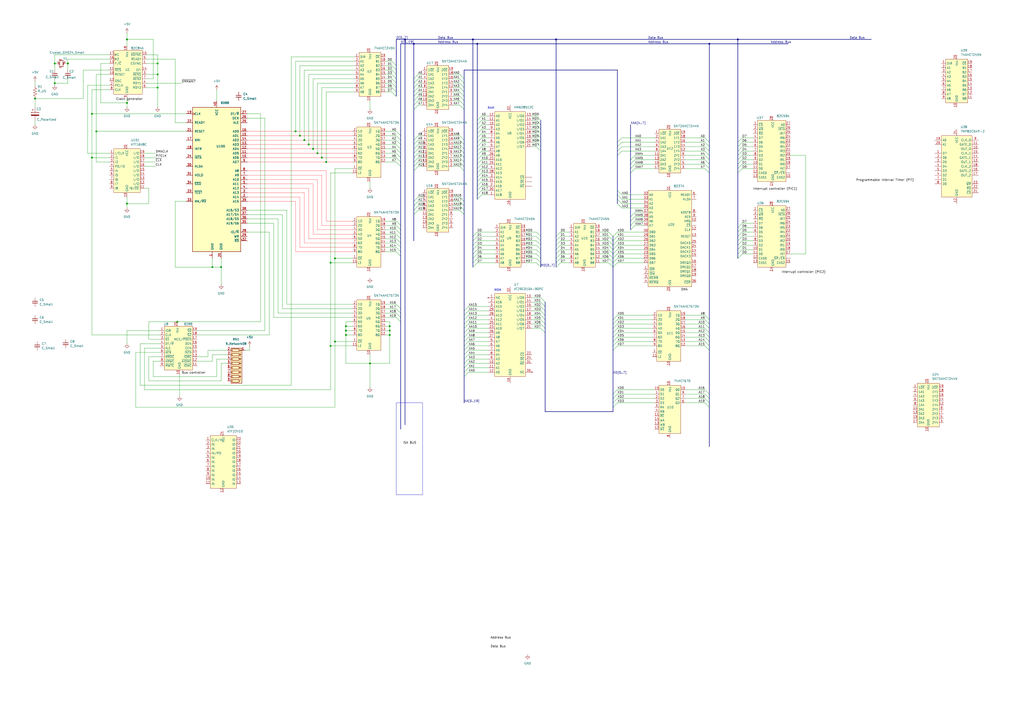
<source format=kicad_sch>
(kicad_sch (version 20231120) (generator "eeschema") (generator_version "8.0")
  (paper "A2")
  (lib_symbols
    (symbol "82C84A_1"
      (property "Reference" "U" (at 0.508 0.762 0))
      (property "Value" "82C84A" (at 7.62 -11.43 90))
      (symbol "82C84A_1_1_1"
        (pin input line (at 19.05 -7.62 180) (length 2.54) (name "CSYNC") (number "1"))
        (pin output line (at -2.54 -13.97 0) (length 2.54) (name "RESET") (number "10"))
        (pin input line (at -2.54 -11.43 0) (length 2.54) (name "~{RES}") (number "11"))
        (pin output line (at -2.54 -17.78 0) (length 2.54) (name "OSC") (number "12"))
        (pin input line (at -2.54 -7.62 0) (length 2.54) (name "F/~{C}") (number "13"))
        (pin input line (at 19.05 -11.43 180) (length 2.54) (name "EFI") (number "14"))
        (pin input line (at 19.05 -2.54 180) (length 2.54) (name "~{ASYNC}") (number "15"))
        (pin input clock (at -2.54 -5.08 0) (length 2.54) (name "X2") (number "16"))
        (pin input clock (at -2.54 -2.54 0) (length 2.54) (name "X1") (number "17"))
        (pin power_in line (at 7.62 2.54 270) (length 2.54) (name "Vcc") (number "18"))
        (pin output line (at -2.54 -20.32 0) (length 2.54) (name "PCLK") (number "2"))
        (pin input line (at 19.05 -13.97 180) (length 2.54) (name "~{AEN1}") (number "3"))
        (pin input line (at 19.05 -19.05 180) (length 2.54) (name "RDY1") (number "4"))
        (pin output line (at 19.05 -5.08 180) (length 2.54) (name "READY") (number "5"))
        (pin input line (at 19.05 -21.59 180) (length 2.54) (name "RDY2") (number "6"))
        (pin input line (at 19.05 -16.51 180) (length 2.54) (name "~{AEN2}") (number "7"))
        (pin output line (at -2.54 -22.86 0) (length 2.54) (name "CLK") (number "8"))
        (pin power_in line (at 7.62 -27.94 90) (length 2.54) (name "GND") (number "9"))
      )
    )
    (symbol "Custom:74AHCT245N"
      (property "Reference" "U" (at 0.508 0.762 0))
      (property "Value" "74AHCT245N" (at 6.604 -12.446 90))
      (symbol "74AHCT245N_1_1"
        (pin input line (at -2.54 -2.54 0) (length 2.54) (name "DIR") (number "1"))
        (pin power_in line (at 6.35 -27.94 90) (length 2.54) (name "GND") (number "10"))
        (pin bidirectional line (at 15.24 -22.86 180) (length 2.54) (name "B8") (number "11"))
        (pin bidirectional line (at 15.24 -20.32 180) (length 2.54) (name "B7") (number "12"))
        (pin bidirectional line (at 15.24 -17.78 180) (length 2.54) (name "B6") (number "13"))
        (pin bidirectional line (at 15.24 -15.24 180) (length 2.54) (name "B5") (number "14"))
        (pin bidirectional line (at 15.24 -12.7 180) (length 2.54) (name "B4") (number "15"))
        (pin bidirectional line (at 15.24 -10.16 180) (length 2.54) (name "B3") (number "16"))
        (pin bidirectional line (at 15.24 -7.62 180) (length 2.54) (name "B2") (number "17"))
        (pin bidirectional line (at 15.24 -5.08 180) (length 2.54) (name "B1") (number "18"))
        (pin input line (at 15.24 -2.54 180) (length 2.54) (name "~{OE}") (number "19"))
        (pin bidirectional line (at -2.54 -5.08 0) (length 2.54) (name "A1") (number "2"))
        (pin power_in line (at 6.35 2.54 270) (length 2.54) (name "Vcc") (number "20"))
        (pin bidirectional line (at -2.54 -7.62 0) (length 2.54) (name "A2") (number "3"))
        (pin bidirectional line (at -2.54 -10.16 0) (length 2.54) (name "A3") (number "4"))
        (pin bidirectional line (at -2.54 -12.7 0) (length 2.54) (name "A4") (number "5"))
        (pin bidirectional line (at -2.54 -15.24 0) (length 2.54) (name "A5") (number "6"))
        (pin bidirectional line (at -2.54 -17.78 0) (length 2.54) (name "A6") (number "7"))
        (pin bidirectional line (at -2.54 -20.32 0) (length 2.54) (name "A7") (number "8"))
        (pin input line (at -2.54 -22.86 0) (length 2.54) (name "A8") (number "9"))
      )
    )
    (symbol "Custom:74HCT670"
      (property "Reference" "U" (at 0.508 0.762 0))
      (property "Value" "74HCT670" (at 6.604 -13.97 90))
      (symbol "74HCT670_1_1"
        (pin input line (at -2.54 -5.08 0) (length 2.54) (name "D1") (number "1"))
        (pin tri_state line (at 15.24 -2.54 180) (length 2.54) (name "Q0") (number "10"))
        (pin input line (at -2.54 -17.78 0) (length 2.54) (name "~{RE}") (number "11"))
        (pin input line (at -2.54 -25.4 0) (length 2.54) (name "~{WE}") (number "12"))
        (pin input line (at -2.54 -22.86 0) (length 2.54) (name "WB") (number "13"))
        (pin input line (at -2.54 -20.32 0) (length 2.54) (name "WA") (number "14"))
        (pin input line (at -2.54 -2.54 0) (length 2.54) (name "D0") (number "15"))
        (pin power_in line (at 6.35 2.54 270) (length 2.54) (name "Vcc") (number "16"))
        (pin input line (at -2.54 -7.62 0) (length 2.54) (name "D2") (number "2"))
        (pin input line (at -2.54 -10.16 0) (length 2.54) (name "D3") (number "3"))
        (pin input line (at -2.54 -15.24 0) (length 2.54) (name "RB") (number "4"))
        (pin input line (at -2.54 -12.7 0) (length 2.54) (name "RA") (number "5"))
        (pin tri_state line (at 15.24 -10.16 180) (length 2.54) (name "Q3") (number "6"))
        (pin tri_state line (at 15.24 -7.62 180) (length 2.54) (name "Q2") (number "7"))
        (pin power_in line (at 6.35 -30.48 90) (length 2.54) (name "GND") (number "8"))
        (pin tri_state line (at 15.24 -5.08 180) (length 2.54) (name "Q1") (number "9"))
      )
    )
    (symbol "Custom:8237A"
      (property "Reference" "U" (at 0.508 1.016 0))
      (property "Value" "8237A" (at 12.7 -22.606 90))
      (symbol "8237A_1_1"
        (pin input line (at 27.94 -20.32 180) (length 2.54) (name "~{CS}") (number ""))
        (pin bidirectional line (at -2.54 -45.72 0) (length 2.54) (name "~{IOR}") (number "1"))
        (pin output line (at 27.94 -17.78 180) (length 2.54) (name "HRQ") (number "10"))
        (pin input line (at 27.94 -22.86 180) (length 2.54) (name "CLK") (number "12"))
        (pin input line (at 27.94 -26.67 180) (length 2.54) (name "RESET") (number "13"))
        (pin output line (at 27.94 -35.56 180) (length 2.54) (name "DACK2") (number "14"))
        (pin output line (at 27.94 -38.1 180) (length 2.54) (name "DACK3") (number "15"))
        (pin input line (at 27.94 -41.91 180) (length 2.54) (name "DREQ3") (number "16"))
        (pin input line (at 27.94 -44.45 180) (length 2.54) (name "DREQ2") (number "17"))
        (pin input line (at 27.94 -46.99 180) (length 2.54) (name "DREQ1") (number "18"))
        (pin input line (at 27.94 -49.53 180) (length 2.54) (name "DREQ0") (number "19"))
        (pin bidirectional line (at -2.54 -48.26 0) (length 2.54) (name "~{IOW}") (number "2"))
        (pin power_in line (at 12.7 -58.42 90) (length 2.54) (name "VSS") (number "20"))
        (pin input line (at -2.54 -41.91 0) (length 2.54) (name "DB7") (number "21"))
        (pin input line (at -2.54 -39.37 0) (length 2.54) (name "DB6") (number "22"))
        (pin input line (at -2.54 -36.83 0) (length 2.54) (name "DB5") (number "23"))
        (pin output line (at 27.94 -33.02 180) (length 2.54) (name "DACK1") (number "24"))
        (pin output line (at 27.94 -30.48 180) (length 2.54) (name "DACK0") (number "25"))
        (pin input line (at -2.54 -29.21 0) (length 2.54) (name "DB2") (number "26"))
        (pin input line (at -2.54 -34.29 0) (length 2.54) (name "DB4") (number "26"))
        (pin input line (at -2.54 -31.75 0) (length 2.54) (name "DB3") (number "27"))
        (pin input line (at -2.54 -26.67 0) (length 2.54) (name "DB1") (number "29"))
        (pin output line (at -2.54 -50.8 0) (length 2.54) (name "~{MEMR}") (number "3"))
        (pin input line (at -2.54 -24.13 0) (length 2.54) (name "DB0") (number "30"))
        (pin power_in line (at 12.7 2.54 270) (length 2.54) (name "VCC") (number "31"))
        (pin bidirectional line (at -2.54 -2.54 0) (length 2.54) (name "A0") (number "32"))
        (pin bidirectional line (at -2.54 -5.08 0) (length 2.54) (name "A1") (number "33"))
        (pin bidirectional line (at -2.54 -7.62 0) (length 2.54) (name "A2") (number "34"))
        (pin bidirectional line (at -2.54 -10.16 0) (length 2.54) (name "A3") (number "35"))
        (pin bidirectional line (at 27.94 -53.34 180) (length 2.54) (name "~{EOP}") (number "36"))
        (pin output line (at -2.54 -12.7 0) (length 2.54) (name "A4") (number "37"))
        (pin output line (at -2.54 -15.24 0) (length 2.54) (name "A5") (number "38"))
        (pin output line (at -2.54 -17.78 0) (length 2.54) (name "A6") (number "39"))
        (pin output line (at -2.54 -53.34 0) (length 2.54) (name "~{MEMW}") (number "4"))
        (pin output line (at -2.54 -20.32 0) (length 2.54) (name "A7") (number "40"))
        (pin input line (at 27.94 -2.54 180) (length 2.54) (name "READY") (number "6"))
        (pin input line (at 27.94 -5.08 180) (length 2.54) (name "HLDA") (number "7"))
        (pin output line (at 27.94 -12.7 180) (length 2.54) (name "ADSTB") (number "8"))
        (pin output line (at 27.94 -15.24 180) (length 2.54) (name "AEN") (number "9"))
      )
    )
    (symbol "Custom:82C59A"
      (property "Reference" "U" (at 0.508 1.016 0))
      (property "Value" "82C59A" (at 8.636 -16.256 90))
      (symbol "82C59A_1_1"
        (pin input line (at 19.05 -30.48 180) (length 2.54) (name "~{SP}/~{EN}") (number ""))
        (pin input line (at -2.54 -2.54 0) (length 2.54) (name "~{CS}") (number "1"))
        (pin input line (at -2.54 -25.4 0) (length 2.54) (name "D1") (number "10"))
        (pin input line (at -2.54 -27.94 0) (length 2.54) (name "D0") (number "11"))
        (pin input line (at -2.54 -30.48 0) (length 2.54) (name "CAS0") (number "12"))
        (pin input line (at -2.54 -33.02 0) (length 2.54) (name "CAS1") (number "13"))
        (pin power_in line (at 8.89 -38.1 90) (length 2.54) (name "GND") (number "14"))
        (pin input line (at 19.05 -33.02 180) (length 2.54) (name "CAS2") (number "15"))
        (pin input line (at 19.05 -27.94 180) (length 2.54) (name "INT") (number "17"))
        (pin input line (at 19.05 -25.4 180) (length 2.54) (name "IR0") (number "18"))
        (pin input line (at 19.05 -22.86 180) (length 2.54) (name "IR1") (number "19"))
        (pin input line (at -2.54 -5.08 0) (length 2.54) (name "~{WR}") (number "2"))
        (pin input line (at 19.05 -20.32 180) (length 2.54) (name "IR2") (number "20"))
        (pin input line (at 19.05 -17.78 180) (length 2.54) (name "IR3") (number "21"))
        (pin input line (at 19.05 -15.24 180) (length 2.54) (name "IR4") (number "22"))
        (pin input line (at 19.05 -12.7 180) (length 2.54) (name "IR5") (number "23"))
        (pin input line (at 19.05 -10.16 180) (length 2.54) (name "IR6") (number "24"))
        (pin input line (at 19.05 -7.62 180) (length 2.54) (name "IR7") (number "25"))
        (pin input line (at 19.05 -5.08 180) (length 2.54) (name "~{INTA}") (number "26"))
        (pin input line (at 19.05 -2.54 180) (length 2.54) (name "A0") (number "27"))
        (pin power_in line (at 8.89 2.54 270) (length 2.54) (name "VCC") (number "28"))
        (pin input line (at -2.54 -7.62 0) (length 2.54) (name "~{RD}") (number "3"))
        (pin input line (at -2.54 -10.16 0) (length 2.54) (name "D7") (number "4"))
        (pin input line (at -2.54 -12.7 0) (length 2.54) (name "D6") (number "5"))
        (pin input line (at -2.54 -15.24 0) (length 2.54) (name "D5") (number "6"))
        (pin input line (at -2.54 -17.78 0) (length 2.54) (name "D4") (number "7"))
        (pin input line (at -2.54 -20.32 0) (length 2.54) (name "D3") (number "8"))
        (pin input line (at -2.54 -22.86 0) (length 2.54) (name "D2") (number "9"))
      )
    )
    (symbol "Custom:82C88"
      (property "Reference" "U" (at 0.508 0.762 0))
      (property "Value" "8288" (at 8.382 -12.192 90))
      (symbol "82C88_1_1"
        (pin input line (at -2.54 -2.54 0) (length 2.54) (name "IOB") (number "1"))
        (pin power_in line (at 8.89 -27.94 90) (length 2.54) (name "GND") (number "10"))
        (pin output line (at 19.05 -22.86 180) (length 2.54) (name "~{IOWC}") (number "11"))
        (pin output line (at 19.05 -20.32 180) (length 2.54) (name "~{AIOWC}") (number "12"))
        (pin output line (at 19.05 -17.78 180) (length 2.54) (name "~{IORC}") (number "13"))
        (pin output line (at 19.05 -15.24 180) (length 2.54) (name "~{INTA}") (number "14"))
        (pin input line (at 19.05 -12.7 180) (length 2.54) (name "CEN") (number "15"))
        (pin output line (at 19.05 -10.16 180) (length 2.54) (name "DEN") (number "16"))
        (pin output line (at 19.05 -7.62 180) (length 2.54) (name "MCE/~{PDEN}") (number "17"))
        (pin input line (at 19.05 -5.08 180) (length 2.54) (name "~{S2}") (number "18"))
        (pin input line (at 19.05 -2.54 180) (length 2.54) (name "~{S0}") (number "19"))
        (pin input line (at -2.54 -5.08 0) (length 2.54) (name "CLK") (number "2"))
        (pin power_in line (at 7.62 2.54 270) (length 2.54) (name "Vcc") (number "20"))
        (pin input line (at -2.54 -7.62 0) (length 2.54) (name "~{S1}") (number "3"))
        (pin output line (at -2.54 -10.16 0) (length 2.54) (name "DT/~{R}") (number "4"))
        (pin output line (at -2.54 -12.7 0) (length 2.54) (name "ALE") (number "5"))
        (pin input line (at -2.54 -15.24 0) (length 2.54) (name "~{AEN}") (number "6"))
        (pin output line (at -2.54 -17.78 0) (length 2.54) (name "~{MRDC}") (number "7"))
        (pin output line (at -2.54 -20.32 0) (length 2.54) (name "~{AMWC}") (number "8"))
        (pin output line (at -2.54 -22.86 0) (length 2.54) (name "~{MWTC}") (number "9"))
      )
    )
    (symbol "Custom:AT29C010A-90PC"
      (property "Reference" "U" (at 0.508 1.27 0))
      (property "Value" "AT29C010A-90PC" (at 8.636 -22.098 90))
      (symbol "AT29C010A-90PC_1_1"
        (pin no_connect line (at -3.81 -2.54 0) (length 3.81) (name "NC") (number "1"))
        (pin input line (at -3.81 -40.64 0) (length 3.81) (name "A2") (number "10"))
        (pin input line (at -3.81 -43.18 0) (length 3.81) (name "A1") (number "11"))
        (pin input line (at -3.81 -45.72 0) (length 3.81) (name "A0") (number "12"))
        (pin bidirectional line (at 21.59 -2.54 180) (length 3.81) (name "I/O0") (number "13"))
        (pin bidirectional line (at 21.59 -5.08 180) (length 3.81) (name "I/O1") (number "14"))
        (pin bidirectional line (at 21.59 -7.62 180) (length 3.81) (name "I/O2") (number "15"))
        (pin power_in line (at 8.89 -52.07 90) (length 3.81) (name "GND") (number "16"))
        (pin bidirectional line (at 21.59 -10.16 180) (length 3.81) (name "I/O3") (number "17"))
        (pin bidirectional line (at 21.59 -12.7 180) (length 3.81) (name "I/O4") (number "18"))
        (pin bidirectional line (at 21.59 -15.24 180) (length 3.81) (name "I/O5") (number "19"))
        (pin input line (at -3.81 -5.08 0) (length 3.81) (name "A16") (number "2"))
        (pin bidirectional line (at 21.59 -17.78 180) (length 3.81) (name "I/O6") (number "20"))
        (pin bidirectional line (at 21.59 -20.32 180) (length 3.81) (name "I/O7") (number "21"))
        (pin input line (at 21.59 -35.56 180) (length 3.81) (name "~{CE}") (number "22"))
        (pin input line (at -3.81 -20.32 0) (length 3.81) (name "A10") (number "23"))
        (pin input line (at 21.59 -38.1 180) (length 3.81) (name "~{OE}") (number "24"))
        (pin input line (at -3.81 -17.78 0) (length 3.81) (name "A11") (number "25"))
        (pin input line (at -3.81 -22.86 0) (length 3.81) (name "A9") (number "26"))
        (pin input line (at -3.81 -25.4 0) (length 3.81) (name "A8") (number "27"))
        (pin input line (at -3.81 -12.7 0) (length 3.81) (name "A13") (number "28"))
        (pin input line (at -3.81 -10.16 0) (length 3.81) (name "A14") (number "29"))
        (pin input line (at -3.81 -7.62 0) (length 3.81) (name "A15") (number "3"))
        (pin no_connect line (at 21.59 -45.72 180) (length 3.81) (name "NC") (number "30"))
        (pin input line (at 21.59 -40.64 180) (length 3.81) (name "~{WE}") (number "31"))
        (pin power_in line (at 8.89 3.81 270) (length 3.81) (name "VCC") (number "32"))
        (pin input line (at -3.81 -15.24 0) (length 3.81) (name "A12") (number "4"))
        (pin input line (at -3.81 -27.94 0) (length 3.81) (name "A7") (number "5"))
        (pin input line (at -3.81 -30.48 0) (length 3.81) (name "A6") (number "6"))
        (pin input line (at -3.81 -33.02 0) (length 3.81) (name "A5") (number "7"))
        (pin input line (at -3.81 -35.56 0) (length 3.81) (name "A4") (number "8"))
        (pin input line (at -3.81 -38.1 0) (length 3.81) (name "A3") (number "9"))
      )
    )
    (symbol "Custom:ATF16V8C"
      (property "Reference" "U" (at 0.508 0.762 0))
      (property "Value" "ATF16V8C" (at 14.732 1.27 0))
      (symbol "ATF16V8C_1_1"
        (pin input line (at -2.54 -2.54 0) (length 2.54) (name "I/CLK") (number "1"))
        (pin power_in line (at 7.62 -27.94 90) (length 2.54) (name "GND") (number "10"))
        (pin bidirectional line (at 17.78 -22.86 180) (length 2.54) (name "I9/~{OE}") (number "11"))
        (pin bidirectional line (at 17.78 -20.32 180) (length 2.54) (name "I/O") (number "12"))
        (pin bidirectional line (at 17.78 -17.78 180) (length 2.54) (name "I/O") (number "13"))
        (pin bidirectional line (at 17.78 -15.24 180) (length 2.54) (name "I/O") (number "14"))
        (pin bidirectional line (at 17.78 -12.7 180) (length 2.54) (name "I/O") (number "15"))
        (pin bidirectional line (at 17.78 -10.16 180) (length 2.54) (name "I/O") (number "16"))
        (pin bidirectional line (at 17.78 -7.62 180) (length 2.54) (name "I/O") (number "17"))
        (pin bidirectional line (at 17.78 -5.08 180) (length 2.54) (name "I/O") (number "18"))
        (pin bidirectional line (at 17.78 -2.54 180) (length 2.54) (name "I/O") (number "19"))
        (pin input line (at -2.54 -5.08 0) (length 2.54) (name "I1") (number "2"))
        (pin power_in line (at 7.62 2.54 270) (length 2.54) (name "VCC") (number "20"))
        (pin input line (at -2.54 -7.62 0) (length 2.54) (name "I2") (number "3"))
        (pin input line (at -2.54 -10.16 0) (length 2.54) (name "PD/I3") (number "4"))
        (pin input line (at -2.54 -12.7 0) (length 2.54) (name "I4") (number "5"))
        (pin input line (at -2.54 -15.24 0) (length 2.54) (name "I5") (number "6"))
        (pin input line (at -2.54 -17.78 0) (length 2.54) (name "I6") (number "7"))
        (pin input line (at -2.54 -20.32 0) (length 2.54) (name "I7") (number "8"))
        (pin input line (at -2.54 -22.86 0) (length 2.54) (name "I8") (number "9"))
      )
    )
    (symbol "Custom:ATF22V10"
      (property "Reference" "U" (at 0.254 0.762 0))
      (property "Value" "ATF22V10" (at 8.128 -18.034 90))
      (symbol "ATF22V10_1_1"
        (pin input line (at -2.54 -2.54 0) (length 2.54) (name "CLK/IN") (number "1"))
        (pin input line (at -2.54 -25.4 0) (length 2.54) (name "IN") (number "10"))
        (pin input line (at -2.54 -27.94 0) (length 2.54) (name "IN") (number "11"))
        (pin power_in line (at 7.62 -33.02 90) (length 2.54) (name "GND") (number "12"))
        (pin input line (at 17.78 -27.94 180) (length 2.54) (name "IN") (number "13"))
        (pin bidirectional line (at 17.78 -25.4 180) (length 2.54) (name "IO") (number "14"))
        (pin bidirectional line (at 17.78 -22.86 180) (length 2.54) (name "IO") (number "15"))
        (pin bidirectional line (at 17.78 -20.32 180) (length 2.54) (name "IO") (number "16"))
        (pin bidirectional line (at 17.78 -17.78 180) (length 2.54) (name "IO") (number "17"))
        (pin bidirectional line (at 17.78 -15.24 180) (length 2.54) (name "IO") (number "18"))
        (pin bidirectional line (at 17.78 -12.7 180) (length 2.54) (name "IO") (number "19"))
        (pin input line (at -2.54 -5.08 0) (length 2.54) (name "IN") (number "2"))
        (pin bidirectional line (at 17.78 -10.16 180) (length 2.54) (name "IO") (number "20"))
        (pin bidirectional line (at 17.78 -7.62 180) (length 2.54) (name "IO") (number "21"))
        (pin bidirectional line (at 17.78 -5.08 180) (length 2.54) (name "IO") (number "22"))
        (pin bidirectional line (at 17.78 -2.54 180) (length 2.54) (name "IO") (number "23"))
        (pin power_in line (at 7.62 2.54 270) (length 2.54) (name "Vcc") (number "24"))
        (pin input line (at -2.54 -7.62 0) (length 2.54) (name "IN") (number "3"))
        (pin input line (at -2.54 -10.16 0) (length 2.54) (name "IN/PD") (number "4"))
        (pin input line (at -2.54 -12.7 0) (length 2.54) (name "IN") (number "5"))
        (pin input line (at -2.54 -15.24 0) (length 2.54) (name "IN") (number "6"))
        (pin input line (at -2.54 -17.78 0) (length 2.54) (name "IN") (number "7"))
        (pin input line (at -2.54 -20.32 0) (length 2.54) (name "IN") (number "8"))
        (pin input line (at -2.54 -22.86 0) (length 2.54) (name "IN") (number "9"))
      )
    )
    (symbol "Custom:HM628512C"
      (property "Reference" "U" (at 0.508 1.016 0))
      (property "Value" "HM628512C" (at 8.89 -25.146 90))
      (symbol "HM628512C_1_1"
        (pin bidirectional line (at 21.59 -38.1 180) (length 3.81) (name "~{CS}") (number ""))
        (pin bidirectional line (at 21.59 -40.64 180) (length 3.81) (name "~{OE}") (number ""))
        (pin bidirectional line (at 21.59 -43.18 180) (length 3.81) (name "~{WE}") (number ""))
        (pin input line (at -3.81 -48.26 0) (length 3.81) (name "A18") (number "1"))
        (pin input line (at -3.81 -7.62 0) (length 3.81) (name "A2") (number "10"))
        (pin input line (at -3.81 -5.08 0) (length 3.81) (name "A1") (number "11"))
        (pin input line (at -3.81 -2.54 0) (length 3.81) (name "A0") (number "12"))
        (pin bidirectional line (at 21.59 -2.54 180) (length 3.81) (name "I/O0") (number "13"))
        (pin bidirectional line (at 21.59 -5.08 180) (length 3.81) (name "I/O1") (number "14"))
        (pin bidirectional line (at 21.59 -7.62 180) (length 3.81) (name "I/O2") (number "15"))
        (pin power_in line (at 8.89 -54.61 90) (length 3.81) (name "GND") (number "16"))
        (pin bidirectional line (at 21.59 -10.16 180) (length 3.81) (name "I/O3") (number "17"))
        (pin bidirectional line (at 21.59 -12.7 180) (length 3.81) (name "I/O4") (number "18"))
        (pin bidirectional line (at 21.59 -15.24 180) (length 3.81) (name "I/O5") (number "19"))
        (pin input line (at -3.81 -43.18 0) (length 3.81) (name "A16") (number "2"))
        (pin bidirectional line (at 21.59 -17.78 180) (length 3.81) (name "I/O6") (number "20"))
        (pin bidirectional line (at 21.59 -20.32 180) (length 3.81) (name "I/O7") (number "21"))
        (pin input line (at -3.81 -27.94 0) (length 3.81) (name "A10") (number "23"))
        (pin input line (at -3.81 -30.48 0) (length 3.81) (name "A11") (number "25"))
        (pin input line (at -3.81 -25.4 0) (length 3.81) (name "A9") (number "26"))
        (pin input line (at -3.81 -22.86 0) (length 3.81) (name "A8") (number "27"))
        (pin input line (at -3.81 -35.56 0) (length 3.81) (name "A13") (number "28"))
        (pin input line (at -3.81 -38.1 0) (length 3.81) (name "A14") (number "3"))
        (pin input line (at -3.81 -45.72 0) (length 3.81) (name "A17") (number "30"))
        (pin input line (at -3.81 -40.64 0) (length 3.81) (name "A15") (number "31"))
        (pin power_in line (at 8.89 3.81 270) (length 3.81) (name "VCC") (number "32"))
        (pin input line (at -3.81 -33.02 0) (length 3.81) (name "A12") (number "4"))
        (pin input line (at -3.81 -20.32 0) (length 3.81) (name "A7") (number "5"))
        (pin input line (at -3.81 -17.78 0) (length 3.81) (name "A6") (number "6"))
        (pin input line (at -3.81 -15.24 0) (length 3.81) (name "A5") (number "7"))
        (pin input line (at -3.81 -12.7 0) (length 3.81) (name "A4") (number "8"))
        (pin input line (at -3.81 -10.16 0) (length 3.81) (name "A3") (number "9"))
      )
    )
    (symbol "Custom:SN74AHCT244N"
      (property "Reference" "U" (at 0.508 0.762 0))
      (property "Value" "SN72AHCT244N" (at 6.35 -11.684 90))
      (symbol "SN74AHCT244N_1_1"
        (pin input line (at -2.54 -2.54 0) (length 2.54) (name "1~{OE}") (number "1"))
        (pin power_in line (at 6.35 -27.94 90) (length 2.54) (name "GND") (number "10"))
        (pin input line (at -2.54 -15.24 0) (length 2.54) (name "2A1") (number "11"))
        (pin output line (at 15.24 -12.7 180) (length 2.54) (name "1Y4") (number "12"))
        (pin input line (at -2.54 -17.78 0) (length 2.54) (name "2A2") (number "13"))
        (pin output line (at 15.24 -10.16 180) (length 2.54) (name "1Y3") (number "14"))
        (pin input line (at -2.54 -20.32 0) (length 2.54) (name "2A3") (number "15"))
        (pin output line (at 15.24 -7.62 180) (length 2.54) (name "1Y2") (number "16"))
        (pin input line (at -2.54 -22.86 0) (length 2.54) (name "2A4") (number "17"))
        (pin output line (at 15.24 -5.08 180) (length 2.54) (name "1Y1") (number "18"))
        (pin input line (at 15.24 -2.54 180) (length 2.54) (name "2~{OE}") (number "19"))
        (pin input line (at -2.54 -5.08 0) (length 2.54) (name "1A1") (number "2"))
        (pin power_in line (at 6.35 2.54 270) (length 2.54) (name "Vcc") (number "20"))
        (pin output line (at 15.24 -22.86 180) (length 2.54) (name "2Y4") (number "3"))
        (pin input line (at -2.54 -7.62 0) (length 2.54) (name "1A2") (number "4"))
        (pin output line (at 15.24 -20.32 180) (length 2.54) (name "2Y3") (number "5"))
        (pin input line (at -2.54 -10.16 0) (length 2.54) (name "1A3") (number "6"))
        (pin output line (at 15.24 -17.78 180) (length 2.54) (name "2Y2") (number "7"))
        (pin input line (at -2.54 -12.7 0) (length 2.54) (name "1A4") (number "8"))
        (pin output line (at 15.24 -15.24 180) (length 2.54) (name "2Y1") (number "9"))
      )
    )
    (symbol "Custom:TMP82C54P-2"
      (property "Reference" "U" (at 0.508 1.016 0))
      (property "Value" "TMP82C54P-2" (at 9.144 -15.494 90))
      (symbol "TMP82C54P-2_1_1"
        (pin bidirectional line (at -3.81 -10.16 0) (length 3.81) (name "D7") (number "1"))
        (pin output line (at 21.59 -7.62 180) (length 3.81) (name "OUT_0") (number "10"))
        (pin input line (at 21.59 -5.08 180) (length 3.81) (name "GATE_0") (number "11"))
        (pin power_in line (at 8.89 -39.37 90) (length 3.81) (name "GND") (number "12"))
        (pin output line (at 21.59 -15.24 180) (length 3.81) (name "OUT_1") (number "13"))
        (pin input line (at 21.59 -12.7 180) (length 3.81) (name "GATE_1") (number "14"))
        (pin input line (at 21.59 -10.16 180) (length 3.81) (name "CLK_1") (number "15"))
        (pin input line (at 21.59 -20.32 180) (length 3.81) (name "GATE_2") (number "16"))
        (pin output line (at 21.59 -22.86 180) (length 3.81) (name "OUT_2") (number "17"))
        (pin input line (at 21.59 -17.78 180) (length 3.81) (name "CLK_2") (number "18"))
        (pin input line (at -3.81 -2.54 0) (length 3.81) (name "A0") (number "19"))
        (pin bidirectional line (at -3.81 -12.7 0) (length 3.81) (name "D6") (number "2"))
        (pin input line (at -3.81 -5.08 0) (length 3.81) (name "A1") (number "20"))
        (pin input line (at 21.59 -33.02 180) (length 3.81) (name "~{CS}") (number "21"))
        (pin input line (at 21.59 -30.48 180) (length 3.81) (name "~{RD}") (number "22"))
        (pin input line (at 21.59 -27.94 180) (length 3.81) (name "~{WR}") (number "23"))
        (pin power_in line (at 8.89 3.81 270) (length 3.81) (name "VCC") (number "24"))
        (pin bidirectional line (at -3.81 -15.24 0) (length 3.81) (name "D5") (number "3"))
        (pin bidirectional line (at -3.81 -22.86 0) (length 3.81) (name "D2") (number "4"))
        (pin bidirectional line (at -3.81 -17.78 0) (length 3.81) (name "D4") (number "4"))
        (pin bidirectional line (at -3.81 -20.32 0) (length 3.81) (name "D3") (number "5"))
        (pin bidirectional line (at -3.81 -25.4 0) (length 3.81) (name "D1") (number "7"))
        (pin bidirectional line (at -3.81 -27.94 0) (length 3.81) (name "D0") (number "8"))
        (pin input line (at 21.59 -2.54 180) (length 3.81) (name "CLK_0") (number "9"))
      )
    )
    (symbol "Device:C_Polarized" (pin_numbers hide) (pin_names (offset 0.254))
      (property "Reference" "C" (at 0.635 2.54 0))
      (property "Value" "C_Polarized" (at 0.635 -2.54 0))
      (symbol "C_Polarized_1_1"
        (pin passive line (at 0 3.81 270) (length 2.794) (name "~") (number "1"))
        (pin passive line (at 0 -3.81 90) (length 2.794) (name "~") (number "2"))
      )
    )
    (symbol "Device:C_Small" (pin_numbers hide) (pin_names (offset 0.254) hide)
      (property "Reference" "C" (at 0.254 1.778 0))
      (property "Value" "C_Small" (at 0.254 -2.032 0))
      (symbol "C_Small_1_1"
        (pin passive line (at 0 2.54 270) (length 2.032) (name "~") (number "1"))
        (pin passive line (at 0 -2.54 90) (length 2.032) (name "~") (number "2"))
      )
    )
    (symbol "Device:Crystal_GND24_Small" (pin_names (offset 1.016) hide)
      (property "Reference" "Y" (at 1.27 4.445 0))
      (property "Value" "Crystal_GND24_Small" (at 1.27 2.54 0))
      (symbol "Crystal_GND24_Small_1_1"
        (pin passive line (at -2.54 0 0) (length 1.27) (name "1") (number "1"))
        (pin passive line (at 0 -2.54 90) (length 0.635) (name "2") (number "2"))
        (pin passive line (at 2.54 0 180) (length 1.27) (name "3") (number "3"))
        (pin passive line (at 0 2.54 270) (length 0.635) (name "4") (number "4"))
      )
    )
    (symbol "Device:R_Network08" (pin_names (offset 0) hide)
      (property "Reference" "RN" (at -12.7 0 90))
      (property "Value" "R_Network08" (at 10.16 0 90))
      (symbol "R_Network08_1_1"
        (pin passive line (at -10.16 5.08 270) (length 2.54) (name "common") (number "1"))
        (pin passive line (at -10.16 -5.08 90) (length 1.27) (name "R1") (number "2"))
        (pin passive line (at -7.62 -5.08 90) (length 1.27) (name "R2") (number "3"))
        (pin passive line (at -5.08 -5.08 90) (length 1.27) (name "R3") (number "4"))
        (pin passive line (at -2.54 -5.08 90) (length 1.27) (name "R4") (number "5"))
        (pin passive line (at 0 -5.08 90) (length 1.27) (name "R5") (number "6"))
        (pin passive line (at 2.54 -5.08 90) (length 1.27) (name "R6") (number "7"))
        (pin passive line (at 5.08 -5.08 90) (length 1.27) (name "R7") (number "8"))
        (pin passive line (at 7.62 -5.08 90) (length 1.27) (name "R8") (number "9"))
      )
    )
    (symbol "Device:R_US" (pin_numbers hide) (pin_names (offset 0))
      (property "Reference" "R" (at 2.54 0 90))
      (property "Value" "R_US" (at -2.54 0 90))
      (symbol "R_US_1_1"
        (pin passive line (at 0 3.81 270) (length 1.27) (name "~") (number "1"))
        (pin passive line (at 0 -3.81 90) (length 1.27) (name "~") (number "2"))
      )
    )
    (symbol "MCU_Intel:8088" (pin_names (offset 1.016))
      (property "Reference" "U" (at -12.7 43.18 0))
      (property "Value" "8088" (at 10.16 43.18 0))
      (symbol "8088_1_1"
        (pin power_in line (at -2.54 -45.72 90) (length 3.81) (name "GND") (number "1"))
        (pin bidirectional line (at 17.78 12.7 180) (length 3.81) (name "AD6") (number "10"))
        (pin bidirectional line (at 17.78 15.24 180) (length 3.81) (name "AD5") (number "11"))
        (pin bidirectional line (at 17.78 17.78 180) (length 3.81) (name "AD4") (number "12"))
        (pin bidirectional line (at 17.78 20.32 180) (length 3.81) (name "AD3") (number "13"))
        (pin bidirectional line (at 17.78 22.86 180) (length 3.81) (name "AD2") (number "14"))
        (pin bidirectional line (at 17.78 25.4 180) (length 3.81) (name "AD1") (number "15"))
        (pin bidirectional line (at 17.78 27.94 180) (length 3.81) (name "AD0") (number "16"))
        (pin input line (at -17.78 22.86 0) (length 3.81) (name "NMI") (number "17"))
        (pin input line (at -17.78 17.78 0) (length 3.81) (name "INTR") (number "18"))
        (pin input clock (at -17.78 38.1 0) (length 3.81) (name "CLK") (number "19"))
        (pin output line (at 17.78 -10.16 180) (length 3.81) (name "A14") (number "2"))
        (pin power_in line (at 2.54 -45.72 90) (length 3.81) (name "GND") (number "20"))
        (pin input line (at -17.78 27.94 0) (length 3.81) (name "RESET") (number "21"))
        (pin input line (at -17.78 33.02 0) (length 3.81) (name "READY") (number "22"))
        (pin input line (at -17.78 -7.62 0) (length 3.81) (name "~{TEST}") (number "23"))
        (pin output line (at -17.78 12.7 0) (length 3.81) (name "~{INTA}") (number "24"))
        (pin output line (at 17.78 33.02 180) (length 3.81) (name "ALE") (number "25"))
        (pin output line (at 17.78 35.56 180) (length 3.81) (name "DEN") (number "26"))
        (pin output line (at 17.78 38.1 180) (length 3.81) (name "DT/~{R}") (number "27"))
        (pin output line (at 17.78 -30.48 180) (length 3.81) (name "IO/~{M}") (number "28"))
        (pin output line (at 17.78 -33.02 180) (length 3.81) (name "WR") (number "29"))
        (pin output line (at 17.78 -7.62 180) (length 3.81) (name "A13") (number "3"))
        (pin output line (at -17.78 7.62 0) (length 3.81) (name "HLDA") (number "30"))
        (pin input line (at -17.78 2.54 0) (length 3.81) (name "HOLD") (number "31"))
        (pin output output_low (at 17.78 -35.56 180) (length 3.81) (name "~{RD}") (number "32"))
        (pin input line (at -17.78 -12.7 0) (length 3.81) (name "MN/~{MX}") (number "33"))
        (pin output line (at -17.78 -2.54 0) (length 3.81) (name "~{SSO}") (number "34"))
        (pin output line (at 17.78 -25.4 180) (length 3.81) (name "A19/S6") (number "35"))
        (pin output line (at 17.78 -22.86 180) (length 3.81) (name "A18/S5") (number "36"))
        (pin output line (at 17.78 -20.32 180) (length 3.81) (name "A17/S4") (number "37"))
        (pin output line (at 17.78 -17.78 180) (length 3.81) (name "A16/S3") (number "38"))
        (pin output line (at 17.78 -12.7 180) (length 3.81) (name "A15") (number "39"))
        (pin output line (at 17.78 -5.08 180) (length 3.81) (name "A12") (number "4"))
        (pin power_in line (at 0 45.72 270) (length 3.81) (name "VCC") (number "40"))
        (pin output line (at 17.78 -2.54 180) (length 3.81) (name "A11") (number "5"))
        (pin output line (at 17.78 0 180) (length 3.81) (name "A10") (number "6"))
        (pin output line (at 17.78 2.54 180) (length 3.81) (name "A9") (number "7"))
        (pin output line (at 17.78 5.08 180) (length 3.81) (name "A8") (number "8"))
        (pin bidirectional line (at 17.78 10.16 180) (length 3.81) (name "AD7") (number "9"))
      )
    )
    (symbol "SN74AHCT573N_1"
      (property "Reference" "U" (at 0.508 0.762 0))
      (property "Value" "SN74AHCT573N" (at 7.366 -14.224 90))
      (symbol "SN74AHCT573N_1_1_1"
        (pin input line (at -2.54 -24.13 0) (length 2.54) (name "~{OE}") (number "1"))
        (pin power_in line (at 7.62 -31.75 90) (length 2.54) (name "GND") (number "10"))
        (pin input line (at -2.54 -26.67 0) (length 2.54) (name "LE") (number "11"))
        (pin tri_state line (at 16.51 -20.32 180) (length 2.54) (name "8Q") (number "12"))
        (pin tri_state line (at 16.51 -17.78 180) (length 2.54) (name "7Q") (number "13"))
        (pin tri_state line (at 16.51 -15.24 180) (length 2.54) (name "6Q") (number "14"))
        (pin tri_state line (at 16.51 -12.7 180) (length 2.54) (name "5Q") (number "15"))
        (pin tri_state line (at 16.51 -10.16 180) (length 2.54) (name "4Q") (number "16"))
        (pin tri_state line (at 16.51 -7.62 180) (length 2.54) (name "3Q") (number "17"))
        (pin tri_state line (at 16.51 -5.08 180) (length 2.54) (name "2Q") (number "18"))
        (pin tri_state line (at 16.51 -2.54 180) (length 2.54) (name "1Q") (number "19"))
        (pin input line (at -2.54 -2.54 0) (length 2.54) (name "1D") (number "2"))
        (pin power_in line (at 7.62 2.54 270) (length 2.54) (name "Vcc") (number "20"))
        (pin input line (at -2.54 -5.08 0) (length 2.54) (name "2D") (number "3"))
        (pin input line (at -2.54 -7.62 0) (length 2.54) (name "3D") (number "4"))
        (pin input line (at -2.54 -10.16 0) (length 2.54) (name "4D") (number "5"))
        (pin input line (at -2.54 -12.7 0) (length 2.54) (name "5D") (number "6"))
        (pin input line (at -2.54 -15.24 0) (length 2.54) (name "6D") (number "7"))
        (pin input line (at -2.54 -17.78 0) (length 2.54) (name "7D") (number "8"))
        (pin input line (at -2.54 -20.32 0) (length 2.54) (name "8D") (number "9"))
      )
    )
    (symbol "SN74AHCT573N_2"
      (property "Reference" "U" (at 0.508 0.762 0))
      (property "Value" "SN74AHCT573N" (at 7.366 -14.224 90))
      (symbol "SN74AHCT573N_2_1_1"
        (pin input line (at -2.54 -24.13 0) (length 2.54) (name "~{OE}") (number "1"))
        (pin power_in line (at 7.62 -31.75 90) (length 2.54) (name "GND") (number "10"))
        (pin input line (at -2.54 -26.67 0) (length 2.54) (name "LE") (number "11"))
        (pin tri_state line (at 16.51 -20.32 180) (length 2.54) (name "8Q") (number "12"))
        (pin tri_state line (at 16.51 -17.78 180) (length 2.54) (name "7Q") (number "13"))
        (pin tri_state line (at 16.51 -15.24 180) (length 2.54) (name "6Q") (number "14"))
        (pin tri_state line (at 16.51 -12.7 180) (length 2.54) (name "5Q") (number "15"))
        (pin tri_state line (at 16.51 -10.16 180) (length 2.54) (name "4Q") (number "16"))
        (pin tri_state line (at 16.51 -7.62 180) (length 2.54) (name "3Q") (number "17"))
        (pin tri_state line (at 16.51 -5.08 180) (length 2.54) (name "2Q") (number "18"))
        (pin tri_state line (at 16.51 -2.54 180) (length 2.54) (name "1Q") (number "19"))
        (pin input line (at -2.54 -2.54 0) (length 2.54) (name "1D") (number "2"))
        (pin power_in line (at 7.62 2.54 270) (length 2.54) (name "Vcc") (number "20"))
        (pin input line (at -2.54 -5.08 0) (length 2.54) (name "2D") (number "3"))
        (pin input line (at -2.54 -7.62 0) (length 2.54) (name "3D") (number "4"))
        (pin input line (at -2.54 -10.16 0) (length 2.54) (name "4D") (number "5"))
        (pin input line (at -2.54 -12.7 0) (length 2.54) (name "5D") (number "6"))
        (pin input line (at -2.54 -15.24 0) (length 2.54) (name "6D") (number "7"))
        (pin input line (at -2.54 -17.78 0) (length 2.54) (name "7D") (number "8"))
        (pin input line (at -2.54 -20.32 0) (length 2.54) (name "8D") (number "9"))
      )
    )
    (symbol "power:+5V" (power) (pin_numbers hide) (pin_names (offset 0) hide)
      (property "Value" "+5V" (at 0 3.556 0))
      (symbol "+5V_1_1"
        (pin power_in line (at 0 0 90) (length 0) (name "~") (number "1"))
      )
    )
    (symbol "power:GND" (power) (pin_numbers hide) (pin_names (offset 0) hide)
      (property "Value" "GND" (at 0 -3.81 0))
      (symbol "GND_1_1"
        (pin power_in line (at 0 0 270) (length 0) (name "~") (number "1"))
      )
    )
  )
  (junction (at 31.75 36.83))
  (junction (at 186.69 91.44))
  (junction (at 179.07 83.82))
  (junction (at 322.58 22.86))
  (junction (at 234.95 22.86))
  (junction (at 214.63 210.82))
  (junction (at 20.32 57.15))
  (junction (at 240.03 25.4))
  (junction (at 53.34 66.04))
  (junction (at 73.66 59.69))
  (junction (at 91.44 36.83))
  (junction (at 173.99 78.74))
  (junction (at 102.87 186.69))
  (junction (at 200.66 191.77))
  (junction (at 274.32 22.86))
  (junction (at 171.45 76.2))
  (junction (at 55.88 76.2))
  (junction (at 226.06 191.77))
  (junction (at 53.34 91.44))
  (junction (at 276.86 25.4))
  (junction (at 191.77 200.66))
  (junction (at 226.06 189.23))
  (junction (at 176.53 81.28))
  (junction (at 200.66 189.23))
  (junction (at 226.06 194.31))
  (junction (at 123.19 154.94))
  (junction (at 73.66 118.11))
  (junction (at 128.27 154.94))
  (junction (at 189.23 93.98))
  (junction (at 91.44 43.18))
  (junction (at 31.75 48.26))
  (junction (at 73.66 22.86))
  (junction (at 427.99 22.86))
  (junction (at 194.31 198.12))
  (junction (at 181.61 86.36))
  (junction (at 191.77 152.4))
  (junction (at 91.44 50.8))
  (junction (at 200.66 194.31))
  (junction (at 411.48 25.4))
  (junction (at 184.15 88.9))
  (junction (at 194.31 149.86))
  (junction (at 39.37 36.83))
  (bus_entry (at 269.24 60.96) (size -2.54 -2.54))
  (bus_entry (at 322.58 149.86) (size 2.54 -2.54))
  (bus_entry (at 316.23 185.42) (size -2.54 -2.54))
  (bus_entry (at 427.99 92.71) (size 2.54 -2.54))
  (bus_entry (at 313.69 147.32) (size -2.54 -2.54))
  (bus_entry (at 269.24 124.46) (size -2.54 -2.54))
  (bus_entry (at 411.48 100.33) (size -2.54 -2.54))
  (bus_entry (at 322.58 154.94) (size 2.54 -2.54))
  (bus_entry (at 427.99 85.09) (size 2.54 -2.54))
  (bus_entry (at 229.87 48.26) (size -2.54 -2.54))
  (bus_entry (at 355.6 149.86) (size -2.54 -2.54))
  (bus_entry (at 358.14 87.63) (size 2.54 -2.54))
  (bus_entry (at 240.03 48.26) (size 2.54 -2.54))
  (bus_entry (at 322.58 144.78) (size 2.54 -2.54))
  (bus_entry (at 276.86 102.87) (size 2.54 -2.54))
  (bus_entry (at 365.76 130.81) (size 2.54 -2.54))
  (bus_entry (at 269.24 50.8) (size -2.54 -2.54))
  (bus_entry (at 232.41 130.81) (size -2.54 -2.54))
  (bus_entry (at 313.69 82.55) (size -2.54 -2.54))
  (bus_entry (at 355.6 193.04) (size 2.54 -2.54))
  (bus_entry (at 427.99 144.78) (size 2.54 -2.54))
  (bus_entry (at 316.23 193.04) (size -2.54 -2.54))
  (bus_entry (at 411.48 87.63) (size -2.54 -2.54))
  (bus_entry (at 232.41 86.36) (size -2.54 -2.54))
  (bus_entry (at 274.32 147.32) (size 2.54 -2.54))
  (bus_entry (at 269.24 215.9) (size 2.54 -2.54))
  (bus_entry (at 232.41 81.28) (size -2.54 -2.54))
  (bus_entry (at 411.48 236.22) (size -2.54 -2.54))
  (bus_entry (at 240.03 91.44) (size 2.54 -2.54))
  (bus_entry (at 276.86 87.63) (size 2.54 -2.54))
  (bus_entry (at 269.24 121.92) (size -2.54 -2.54))
  (bus_entry (at 358.14 115.57) (size 2.54 2.54))
  (bus_entry (at 269.24 205.74) (size 2.54 -2.54))
  (bus_entry (at 232.41 91.44) (size -2.54 -2.54))
  (bus_entry (at 274.32 139.7) (size 2.54 -2.54))
  (bus_entry (at 427.99 149.86) (size 2.54 -2.54))
  (bus_entry (at 276.86 74.93) (size 2.54 -2.54))
  (bus_entry (at 269.24 218.44) (size 2.54 -2.54))
  (bus_entry (at 313.69 69.85) (size -2.54 -2.54))
  (bus_entry (at 276.86 107.95) (size 2.54 -2.54))
  (bus_entry (at 269.24 48.26) (size -2.54 -2.54))
  (bus_entry (at 316.23 177.8) (size -2.54 -2.54))
  (bus_entry (at 358.14 90.17) (size 2.54 -2.54))
  (bus_entry (at 232.41 138.43) (size -2.54 -2.54))
  (bus_entry (at 313.69 152.4) (size -2.54 -2.54))
  (bus_entry (at 229.87 38.1) (size -2.54 -2.54))
  (bus_entry (at 240.03 55.88) (size 2.54 -2.54))
  (bus_entry (at 313.69 142.24) (size -2.54 -2.54))
  (bus_entry (at 274.32 144.78) (size 2.54 -2.54))
  (bus_entry (at 411.48 195.58) (size -2.54 -2.54))
  (bus_entry (at 232.41 88.9) (size -2.54 -2.54))
  (bus_entry (at 355.6 137.16) (size 2.54 -2.54))
  (bus_entry (at 269.24 93.98) (size -2.54 -2.54))
  (bus_entry (at 269.24 190.5) (size 2.54 -2.54))
  (bus_entry (at 229.87 43.18) (size -2.54 -2.54))
  (bus_entry (at 427.99 95.25) (size 2.54 -2.54))
  (bus_entry (at 276.86 82.55) (size 2.54 -2.54))
  (bus_entry (at 365.76 100.33) (size 2.54 -2.54))
  (bus_entry (at 365.76 97.79) (size 2.54 -2.54))
  (bus_entry (at 232.41 181.61) (size -2.54 -2.54))
  (bus_entry (at 240.03 81.28) (size 2.54 -2.54))
  (bus_entry (at 232.41 83.82) (size -2.54 -2.54))
  (bus_entry (at 427.99 147.32) (size 2.54 -2.54))
  (bus_entry (at 427.99 87.63) (size 2.54 -2.54))
  (bus_entry (at 427.99 137.16) (size 2.54 -2.54))
  (bus_entry (at 365.76 92.71) (size 2.54 -2.54))
  (bus_entry (at 316.23 190.5) (size -2.54 -2.54))
  (bus_entry (at 313.69 77.47) (size -2.54 -2.54))
  (bus_entry (at 269.24 53.34) (size -2.54 -2.54))
  (bus_entry (at 269.24 96.52) (size -2.54 -2.54))
  (bus_entry (at 411.48 85.09) (size -2.54 -2.54))
  (bus_entry (at 269.24 180.34) (size 2.54 -2.54))
  (bus_entry (at 411.48 203.2) (size -2.54 -2.54))
  (bus_entry (at 269.24 119.38) (size -2.54 -2.54))
  (bus_entry (at 276.86 110.49) (size 2.54 -2.54))
  (bus_entry (at 411.48 190.5) (size -2.54 -2.54))
  (bus_entry (at 411.48 97.79) (size -2.54 -2.54))
  (bus_entry (at 411.48 90.17) (size -2.54 -2.54))
  (bus_entry (at 232.41 148.59) (size -2.54 -2.54))
  (bus_entry (at 240.03 53.34) (size 2.54 -2.54))
  (bus_entry (at 355.6 233.68) (size 2.54 -2.54))
  (bus_entry (at 411.48 231.14) (size -2.54 -2.54))
  (bus_entry (at 240.03 88.9) (size 2.54 -2.54))
  (bus_entry (at 322.58 139.7) (size 2.54 -2.54))
  (bus_entry (at 316.23 182.88) (size -2.54 -2.54))
  (bus_entry (at 355.6 228.6) (size 2.54 -2.54))
  (bus_entry (at 274.32 149.86) (size 2.54 -2.54))
  (bus_entry (at 232.41 186.69) (size -2.54 -2.54))
  (bus_entry (at 274.32 142.24) (size 2.54 -2.54))
  (bus_entry (at 355.6 142.24) (size 2.54 -2.54))
  (bus_entry (at 355.6 154.94) (size -2.54 -2.54))
  (bus_entry (at 276.86 92.71) (size 2.54 -2.54))
  (bus_entry (at 229.87 53.34) (size -2.54 -2.54))
  (bus_entry (at 411.48 185.42) (size -2.54 -2.54))
  (bus_entry (at 240.03 86.36) (size 2.54 -2.54))
  (bus_entry (at 355.6 203.2) (size 2.54 -2.54))
  (bus_entry (at 355.6 187.96) (size 2.54 -2.54))
  (bus_entry (at 240.03 96.52) (size 2.54 -2.54))
  (bus_entry (at 355.6 185.42) (size 2.54 -2.54))
  (bus_entry (at 269.24 63.5) (size -2.54 -2.54))
  (bus_entry (at 355.6 139.7) (size -2.54 -2.54))
  (bus_entry (at 358.14 82.55) (size 2.54 -2.54))
  (bus_entry (at 411.48 82.55) (size -2.54 -2.54))
  (bus_entry (at 355.6 190.5) (size 2.54 -2.54))
  (bus_entry (at 229.87 55.88) (size -2.54 -2.54))
  (bus_entry (at 240.03 60.96) (size 2.54 -2.54))
  (bus_entry (at 358.14 113.03) (size 2.54 2.54))
  (bus_entry (at 229.87 45.72) (size -2.54 -2.54))
  (bus_entry (at 240.03 63.5) (size 2.54 -2.54))
  (bus_entry (at 240.03 83.82) (size 2.54 -2.54))
  (bus_entry (at 269.24 116.84) (size -2.54 -2.54))
  (bus_entry (at 355.6 149.86) (size 2.54 -2.54))
  (bus_entry (at 269.24 83.82) (size -2.54 -2.54))
  (bus_entry (at 313.69 139.7) (size -2.54 -2.54))
  (bus_entry (at 355.6 198.12) (size 2.54 -2.54))
  (bus_entry (at 276.86 72.39) (size 2.54 -2.54))
  (bus_entry (at 269.24 58.42) (size -2.54 -2.54))
  (bus_entry (at 355.6 195.58) (size 2.54 -2.54))
  (bus_entry (at 276.86 69.85) (size 2.54 -2.54))
  (bus_entry (at 355.6 139.7) (size 2.54 -2.54))
  (bus_entry (at 316.23 187.96) (size -2.54 -2.54))
  (bus_entry (at 358.14 85.09) (size 2.54 -2.54))
  (bus_entry (at 316.23 180.34) (size -2.54 -2.54))
  (bus_entry (at 232.41 184.15) (size -2.54 -2.54))
  (bus_entry (at 232.41 133.35) (size -2.54 -2.54))
  (bus_entry (at 269.24 203.2) (size 2.54 -2.54))
  (bus_entry (at 427.99 134.62) (size 2.54 -2.54))
  (bus_entry (at 427.99 139.7) (size 2.54 -2.54))
  (bus_entry (at 313.69 72.39) (size -2.54 -2.54))
  (bus_entry (at 276.86 77.47) (size 2.54 -2.54))
  (bus_entry (at 269.24 193.04) (size 2.54 -2.54))
  (bus_entry (at 269.24 185.42) (size 2.54 -2.54))
  (bus_entry (at 269.24 198.12) (size 2.54 -2.54))
  (bus_entry (at 411.48 228.6) (size -2.54 -2.54))
  (bus_entry (at 274.32 137.16) (size 2.54 -2.54))
  (bus_entry (at 240.03 121.92) (size 2.54 -2.54))
  (bus_entry (at 411.48 92.71) (size -2.54 -2.54))
  (bus_entry (at 355.6 236.22) (size 2.54 -2.54))
  (bus_entry (at 355.6 137.16) (size -2.54 -2.54))
  (bus_entry (at 276.86 80.01) (size 2.54 -2.54))
  (bus_entry (at 269.24 88.9) (size -2.54 -2.54))
  (bus_entry (at 411.48 200.66) (size -2.54 -2.54))
  (bus_entry (at 313.69 74.93) (size -2.54 -2.54))
  (bus_entry (at 427.99 142.24) (size 2.54 -2.54))
  (bus_entry (at 355.6 144.78) (size 2.54 -2.54))
  (bus_entry (at 427.99 132.08) (size 2.54 -2.54))
  (bus_entry (at 313.69 80.01) (size -2.54 -2.54))
  (bus_entry (at 269.24 208.28) (size 2.54 -2.54))
  (bus_entry (at 411.48 187.96) (size -2.54 -2.54))
  (bus_entry (at 232.41 179.07) (size -2.54 -2.54))
  (bus_entry (at 411.48 198.12) (size -2.54 -2.54))
  (bus_entry (at 232.41 146.05) (size -2.54 -2.54))
  (bus_entry (at 355.6 231.14) (size 2.54 -2.54))
  (bus_entry (at 269.24 195.58) (size 2.54 -2.54))
  (bus_entry (at 358.14 110.49) (size 2.54 2.54))
  (bus_entry (at 313.69 137.16) (size -2.54 -2.54))
  (bus_entry (at 232.41 140.97) (size -2.54 -2.54))
  (bus_entry (at 316.23 175.26) (size -2.54 -2.54))
  (bus_entry (at 240.03 124.46) (size 2.54 -2.54))
  (bus_entry (at 355.6 147.32) (size -2.54 -2.54))
  (bus_entry (at 276.86 100.33) (size 2.54 -2.54))
  (bus_entry (at 269.24 187.96) (size 2.54 -2.54))
  (bus_entry (at 411.48 95.25) (size -2.54 -2.54))
  (bus_entry (at 313.69 87.63) (size -2.54 -2.54))
  (bus_entry (at 322.58 137.16) (size 2.54 -2.54))
  (bus_entry (at 269.24 86.36) (size -2.54 -2.54))
  (bus_entry (at 232.41 78.74) (size -2.54 -2.54))
  (bus_entry (at 232.41 135.89) (size -2.54 -2.54))
  (bus_entry (at 427.99 90.17) (size 2.54 -2.54))
  (bus_entry (at 274.32 154.94) (size 2.54 -2.54))
  (bus_entry (at 276.86 97.79) (size 2.54 -2.54))
  (bus_entry (at 365.76 125.73) (size 2.54 -2.54))
  (bus_entry (at 240.03 99.06) (size 2.54 -2.54))
  (bus_entry (at 365.76 95.25) (size 2.54 -2.54))
  (bus_entry (at 313.69 144.78) (size -2.54 -2.54))
  (bus_entry (at 269.24 81.28) (size -2.54 -2.54))
  (bus_entry (at 269.24 182.88) (size 2.54 -2.54))
  (bus_entry (at 229.87 40.64) (size -2.54 -2.54))
  (bus_entry (at 269.24 55.88) (size -2.54 -2.54))
  (bus_entry (at 411.48 233.68) (size -2.54 -2.54))
  (bus_entry (at 427.99 82.55) (size 2.54 -2.54))
  (bus_entry (at 240.03 116.84) (size 2.54 -2.54))
  (bus_entry (at 322.58 147.32) (size 2.54 -2.54))
  (bus_entry (at 313.69 149.86) (size -2.54 -2.54))
  (bus_entry (at 355.6 144.78) (size -2.54 -2.54))
  (bus_entry (at 276.86 90.17) (size 2.54 -2.54))
  (bus_entry (at 355.6 152.4) (size 2.54 -2.54))
  (bus_entry (at 355.6 200.66) (size 2.54 -2.54))
  (bus_entry (at 427.99 100.33) (size 2.54 -2.54))
  (bus_entry (at 355.6 142.24) (size -2.54 -2.54))
  (bus_entry (at 269.24 45.72) (size -2.54 -2.54))
  (bus_entry (at 276.86 95.25) (size 2.54 -2.54))
  (bus_entry (at 240.03 58.42) (size 2.54 -2.54))
  (bus_entry (at 269.24 91.44) (size -2.54 -2.54))
  (bus_entry (at 411.48 193.04) (size -2.54 -2.54))
  (bus_entry (at 276.86 115.57) (size 2.54 -2.54))
  (bus_entry (at 240.03 45.72) (size 2.54 -2.54))
  (bus_entry (at 232.41 143.51) (size -2.54 -2.54))
  (bus_entry (at 240.03 93.98) (size 2.54 -2.54))
  (bus_entry (at 269.24 213.36) (size 2.54 -2.54))
  (bus_entry (at 427.99 97.79) (size 2.54 -2.54))
  (bus_entry (at 355.6 152.4) (size -2.54 -2.54))
  (bus_entry (at 313.69 154.94) (size -2.54 -2.54))
  (bus_entry (at 355.6 154.94) (size 2.54 -2.54))
  (bus_entry (at 269.24 210.82) (size 2.54 -2.54))
  (bus_entry (at 269.24 200.66) (size 2.54 -2.54))
  (bus_entry (at 276.86 113.03) (size 2.54 -2.54))
  (bus_entry (at 313.69 85.09) (size -2.54 -2.54))
  (bus_entry (at 276.86 85.09) (size 2.54 -2.54))
  (bus_entry (at 229.87 50.8) (size -2.54 -2.54))
  (bus_entry (at 365.76 133.35) (size 2.54 -2.54))
  (bus_entry (at 232.41 96.52) (size -2.54 -2.54))
  (bus_entry (at 365.76 128.27) (size 2.54 -2.54))
  (bus_entry (at 232.41 93.98) (size -2.54 -2.54))
  (bus_entry (at 355.6 147.32) (size 2.54 -2.54))
  (bus_entry (at 240.03 50.8) (size 2.54 -2.54))
  (bus_entry (at 269.24 99.06) (size -2.54 -2.54))
  (bus_entry (at 322.58 142.24) (size 2.54 -2.54))
  (bus_entry (at 274.32 152.4) (size 2.54 -2.54))
  (bus_entry (at 358.14 118.11) (size 2.54 2.54))
  (bus_entry (at 322.58 152.4) (size 2.54 -2.54))
  (bus_entry (at 276.86 105.41) (size 2.54 -2.54))
  (bus_entry (at 240.03 119.38) (size 2.54 -2.54))
  (wire (pts (xy 200.66 194.31) (xy 204.47 194.31)))
  (wire (pts (xy 173.99 114.3) (xy 143.51 114.3)) (stroke (width 0) (color 255 46 55 1)))
  (wire (pts (xy 397.51 182.88) (xy 408.94 182.88)))
  (bus (pts (xy 411.48 90.17) (xy 411.48 92.71)))
  (wire (pts (xy 358.14 187.96) (xy 378.46 187.96)))
  (wire (pts (xy 200.66 210.82) (xy 214.63 210.82)))
  (bus (pts (xy 240.03 25.4) (xy 276.86 25.4)))
  (wire (pts (xy 223.52 93.98) (xy 229.87 93.98)))
  (bus (pts (xy 269.24 88.9) (xy 269.24 91.44)))
  (bus (pts (xy 269.24 48.26) (xy 269.24 45.72)))
  (wire (pts (xy 262.89 55.88) (xy 266.7 55.88)))
  (wire (pts (xy 20.32 57.15) (xy 48.26 57.15)))
  (bus (pts (xy 411.48 203.2) (xy 411.48 228.6)))
  (bus (pts (xy 411.48 95.25) (xy 411.48 97.79)))
  (wire (pts (xy 368.3 128.27) (xy 373.38 128.27)))
  (wire (pts (xy 223.52 179.07) (xy 229.87 179.07)))
  (wire (pts (xy 83.82 91.44) (xy 90.17 91.44)))
  (bus (pts (xy 232.41 179.07) (xy 232.41 181.61)))
  (wire (pts (xy 143.51 121.92) (xy 166.37 121.92)))
  (wire (pts (xy 144.78 203.2) (xy 142.24 203.2)))
  (wire (pts (xy 223.52 83.82) (xy 229.87 83.82)))
  (wire (pts (xy 358.14 190.5) (xy 378.46 190.5)))
  (wire (pts (xy 308.61 182.88) (xy 313.69 182.88)))
  (wire (pts (xy 262.89 96.52) (xy 266.7 96.52)))
  (bus (pts (xy 269.24 193.04) (xy 269.24 195.58)))
  (wire (pts (xy 276.86 139.7) (xy 287.02 139.7)))
  (bus (pts (xy 240.03 93.98) (xy 240.03 96.52)))
  (wire (pts (xy 308.61 172.72) (xy 313.69 172.72)))
  (bus (pts (xy 269.24 99.06) (xy 269.24 116.84)))
  (wire (pts (xy 325.12 152.4) (xy 330.2 152.4)))
  (wire (pts (xy 102.87 186.69) (xy 151.13 186.69)))
  (wire (pts (xy 31.75 31.75) (xy 31.75 36.83)))
  (bus (pts (xy 232.41 184.15) (xy 232.41 186.69)))
  (wire (pts (xy 262.89 114.3) (xy 266.7 114.3)))
  (wire (pts (xy 430.53 85.09) (xy 436.88 85.09)))
  (wire (pts (xy 271.78 195.58) (xy 283.21 195.58)))
  (bus (pts (xy 313.69 147.32) (xy 313.69 149.86)))
  (bus (pts (xy 232.41 81.28) (xy 232.41 83.82)))
  (wire (pts (xy 397.51 226.06) (xy 408.94 226.06)))
  (wire (pts (xy 279.4 67.31) (xy 283.21 67.31)))
  (wire (pts (xy 186.69 130.81) (xy 204.47 130.81)) (stroke (width 0) (color 255 46 55 1)))
  (wire (pts (xy 214.63 58.42) (xy 214.63 63.5)))
  (bus (pts (xy 269.24 185.42) (xy 269.24 187.96)))
  (wire (pts (xy 397.51 80.01) (xy 408.94 80.01)))
  (bus (pts (xy 269.24 213.36) (xy 269.24 215.9)))
  (wire (pts (xy 194.31 198.12) (xy 204.47 198.12)))
  (wire (pts (xy 271.78 208.28) (xy 283.21 208.28)))
  (bus (pts (xy 229.87 40.64) (xy 229.87 43.18)))
  (bus (pts (xy 269.24 91.44) (xy 269.24 93.98)))
  (wire (pts (xy 430.53 134.62) (xy 436.88 134.62)))
  (bus (pts (xy 276.86 100.33) (xy 276.86 102.87)))
  (wire (pts (xy 304.8 147.32) (xy 311.15 147.32)))
  (wire (pts (xy 223.52 88.9) (xy 229.87 88.9)))
  (bus (pts (xy 234.95 22.86) (xy 274.32 22.86)))
  (wire (pts (xy 223.52 146.05) (xy 229.87 146.05)))
  (wire (pts (xy 91.44 36.83) (xy 91.44 43.18)))
  (wire (pts (xy 88.9 218.44) (xy 125.73 218.44)))
  (wire (pts (xy 161.29 127) (xy 161.29 181.61)))
  (bus (pts (xy 313.69 139.7) (xy 313.69 142.24)))
  (wire (pts (xy 73.66 59.69) (xy 73.66 62.23)))
  (wire (pts (xy 276.86 147.32) (xy 287.02 147.32)))
  (wire (pts (xy 262.89 93.98) (xy 266.7 93.98)))
  (wire (pts (xy 73.66 114.3) (xy 73.66 118.11)))
  (bus (pts (xy 269.24 81.28) (xy 269.24 83.82)))
  (wire (pts (xy 262.89 121.92) (xy 266.7 121.92)))
  (wire (pts (xy 368.3 95.25) (xy 379.73 95.25)))
  (wire (pts (xy 271.78 180.34) (xy 283.21 180.34)))
  (bus (pts (xy 276.86 107.95) (xy 276.86 110.49)))
  (wire (pts (xy 223.52 143.51) (xy 229.87 143.51)))
  (wire (pts (xy 242.57 53.34) (xy 245.11 53.34)))
  (bus (pts (xy 229.87 22.86) (xy 234.95 22.86)))
  (wire (pts (xy 179.07 109.22) (xy 143.51 109.22)) (stroke (width 0) (color 255 46 55 1)))
  (bus (pts (xy 276.86 82.55) (xy 276.86 85.09)))
  (wire (pts (xy 430.53 80.01) (xy 436.88 80.01)))
  (bus (pts (xy 269.24 121.92) (xy 269.24 124.46)))
  (wire (pts (xy 242.57 45.72) (xy 245.11 45.72)))
  (wire (pts (xy 166.37 176.53) (xy 204.47 176.53)))
  (bus (pts (xy 274.32 137.16) (xy 274.32 139.7)))
  (wire (pts (xy 189.23 93.98) (xy 204.47 93.98)) (stroke (width 0) (color 255 46 55 1)))
  (bus (pts (xy 276.86 110.49) (xy 276.86 113.03)))
  (bus (pts (xy 232.41 86.36) (xy 232.41 88.9)))
  (wire (pts (xy 86.36 109.22) (xy 86.36 118.11)))
  (wire (pts (xy 123.19 154.94) (xy 128.27 154.94)))
  (wire (pts (xy 325.12 134.62) (xy 330.2 134.62)))
  (wire (pts (xy 20.32 57.15) (xy 20.32 62.23)))
  (bus (pts (xy 322.58 147.32) (xy 322.58 149.86)))
  (bus (pts (xy 313.69 74.93) (xy 313.69 77.47)))
  (bus (pts (xy 232.41 133.35) (xy 232.41 135.89)))
  (wire (pts (xy 85.09 45.72) (xy 88.9 45.72)))
  (bus (pts (xy 427.99 85.09) (xy 427.99 87.63)))
  (wire (pts (xy 189.23 53.34) (xy 189.23 93.98)))
  (bus (pts (xy 269.24 63.5) (xy 269.24 81.28)))
  (wire (pts (xy 123.19 149.86) (xy 123.19 154.94)))
  (wire (pts (xy 128.27 220.98) (xy 128.27 210.82)))
  (wire (pts (xy 430.53 87.63) (xy 436.88 87.63)))
  (wire (pts (xy 171.45 76.2) (xy 204.47 76.2)) (stroke (width 0) (color 255 46 55 1)))
  (wire (pts (xy 347.98 139.7) (xy 353.06 139.7)))
  (wire (pts (xy 271.78 177.8) (xy 283.21 177.8)))
  (wire (pts (xy 194.31 97.79) (xy 204.47 97.79)))
  (wire (pts (xy 271.78 210.82) (xy 283.21 210.82)))
  (bus (pts (xy 240.03 48.26) (xy 240.03 50.8)))
  (bus (pts (xy 322.58 139.7) (xy 322.58 142.24)))
  (wire (pts (xy 223.52 45.72) (xy 227.33 45.72)))
  (bus (pts (xy 365.76 95.25) (xy 365.76 97.79)))
  (wire (pts (xy 360.68 87.63) (xy 379.73 87.63)))
  (bus (pts (xy 411.48 228.6) (xy 411.48 231.14)))
  (wire (pts (xy 279.4 69.85) (xy 283.21 69.85)))
  (wire (pts (xy 194.31 149.86) (xy 204.47 149.86)))
  (wire (pts (xy 143.51 106.68) (xy 181.61 106.68)) (stroke (width 0) (color 255 46 55 1)))
  (bus (pts (xy 269.24 187.96) (xy 269.24 190.5)))
  (bus (pts (xy 269.24 119.38) (xy 269.24 121.92)))
  (wire (pts (xy 262.89 81.28) (xy 266.7 81.28)))
  (wire (pts (xy 205.74 53.34) (xy 189.23 53.34)))
  (wire (pts (xy 123.19 205.74) (xy 132.08 205.74)))
  (wire (pts (xy 368.3 130.81) (xy 373.38 130.81)))
  (wire (pts (xy 156.21 134.62) (xy 143.51 134.62)))
  (bus (pts (xy 276.86 74.93) (xy 276.86 77.47)))
  (wire (pts (xy 200.66 194.31) (xy 200.66 210.82)))
  (wire (pts (xy 39.37 36.83) (xy 39.37 40.64)))
  (bus (pts (xy 316.23 193.04) (xy 316.23 238.76)))
  (bus (pts (xy 355.6 238.76) (xy 316.23 238.76)))
  (wire (pts (xy 173.99 78.74) (xy 204.47 78.74)) (stroke (width 0) (color 255 46 55 1)))
  (wire (pts (xy 31.75 36.83) (xy 33.02 36.83)))
  (bus (pts (xy 365.76 125.73) (xy 365.76 128.27)))
  (bus (pts (xy 229.87 50.8) (xy 229.87 53.34)))
  (wire (pts (xy 163.83 179.07) (xy 163.83 124.46)))
  (bus (pts (xy 232.41 78.74) (xy 232.41 81.28)))
  (wire (pts (xy 368.3 123.19) (xy 373.38 123.19)))
  (wire (pts (xy 39.37 36.83) (xy 38.1 36.83)))
  (wire (pts (xy 181.61 135.89) (xy 204.47 135.89)) (stroke (width 0) (color 255 46 55 1)))
  (bus (pts (xy 269.24 93.98) (xy 269.24 96.52)))
  (bus (pts (xy 355.6 152.4) (xy 355.6 154.94)))
  (bus (pts (xy 269.24 60.96) (xy 269.24 58.42)))
  (bus (pts (xy 240.03 124.46) (xy 240.03 139.7)))
  (wire (pts (xy 262.89 48.26) (xy 266.7 48.26)))
  (bus (pts (xy 427.99 90.17) (xy 427.99 92.71)))
  (wire (pts (xy 125.73 218.44) (xy 125.73 208.28)))
  (wire (pts (xy 128.27 154.94) (xy 128.27 165.1)))
  (wire (pts (xy 39.37 48.26) (xy 31.75 48.26)))
  (wire (pts (xy 153.67 68.58) (xy 153.67 191.77)))
  (bus (pts (xy 240.03 53.34) (xy 240.03 55.88)))
  (wire (pts (xy 186.69 101.6) (xy 186.69 130.81)) (stroke (width 0) (color 255 46 55 1)))
  (bus (pts (xy 365.76 72.39) (xy 365.76 92.71)))
  (wire (pts (xy 262.89 60.96) (xy 266.7 60.96)))
  (wire (pts (xy 223.52 38.1) (xy 227.33 38.1)))
  (wire (pts (xy 308.61 80.01) (xy 311.15 80.01)))
  (bus (pts (xy 411.48 85.09) (xy 411.48 87.63)))
  (wire (pts (xy 242.57 83.82) (xy 245.11 83.82)))
  (bus (pts (xy 427.99 22.86) (xy 505.46 22.86)))
  (wire (pts (xy 81.28 223.52) (xy 168.91 223.52)))
  (bus (pts (xy 269.24 215.9) (xy 269.24 218.44)))
  (bus (pts (xy 232.41 146.05) (xy 232.41 148.59)))
  (wire (pts (xy 50.8 49.53) (xy 63.5 49.53)))
  (wire (pts (xy 92.71 199.39) (xy 81.28 199.39)))
  (wire (pts (xy 358.14 139.7) (xy 373.38 139.7)))
  (wire (pts (xy 358.14 233.68) (xy 379.73 233.68)))
  (wire (pts (xy 368.3 90.17) (xy 379.73 90.17)))
  (wire (pts (xy 262.89 50.8) (xy 266.7 50.8)))
  (wire (pts (xy 189.23 99.06) (xy 189.23 128.27)) (stroke (width 0) (color 255 46 55 1)))
  (bus (pts (xy 229.87 22.86) (xy 229.87 38.1)))
  (wire (pts (xy 173.99 143.51) (xy 173.99 114.3)) (stroke (width 0) (color 255 46 55 1)))
  (wire (pts (xy 200.66 191.77) (xy 204.47 191.77)))
  (wire (pts (xy 358.14 193.04) (xy 378.46 193.04)))
  (wire (pts (xy 223.52 186.69) (xy 226.06 186.69)))
  (wire (pts (xy 308.61 185.42) (xy 313.69 185.42)))
  (bus (pts (xy 269.24 116.84) (xy 269.24 119.38)))
  (bus (pts (xy 269.24 200.66) (xy 269.24 203.2)))
  (bus (pts (xy 322.58 152.4) (xy 322.58 154.94)))
  (bus (pts (xy 355.6 203.2) (xy 355.6 200.66)))
  (wire (pts (xy 276.86 134.62) (xy 287.02 134.62)))
  (wire (pts (xy 430.53 144.78) (xy 436.88 144.78)))
  (wire (pts (xy 430.53 147.32) (xy 436.88 147.32)))
  (wire (pts (xy 31.75 31.75) (xy 63.5 31.75)))
  (bus (pts (xy 232.41 138.43) (xy 232.41 140.97)))
  (wire (pts (xy 83.82 109.22) (xy 86.36 109.22)))
  (bus (pts (xy 322.58 137.16) (xy 322.58 139.7)))
  (wire (pts (xy 91.44 43.18) (xy 91.44 50.8)))
  (wire (pts (xy 223.52 140.97) (xy 229.87 140.97)))
  (wire (pts (xy 271.78 182.88) (xy 283.21 182.88)))
  (bus (pts (xy 269.24 58.42) (xy 269.24 55.88)))
  (wire (pts (xy 223.52 191.77) (xy 226.06 191.77)))
  (bus (pts (xy 355.6 198.12) (xy 355.6 195.58)))
  (bus (pts (xy 365.76 130.81) (xy 365.76 133.35)))
  (bus (pts (xy 269.24 203.2) (xy 269.24 205.74)))
  (bus (pts (xy 355.6 185.42) (xy 355.6 154.94)))
  (wire (pts (xy 304.8 142.24) (xy 311.15 142.24)))
  (wire (pts (xy 214.63 210.82) (xy 214.63 224.79)))
  (wire (pts (xy 262.89 116.84) (xy 266.7 116.84)))
  (wire (pts (xy 204.47 184.15) (xy 158.75 184.15)))
  (wire (pts (xy 186.69 50.8) (xy 186.69 91.44)))
  (bus (pts (xy 313.69 152.4) (xy 313.69 154.94)))
  (wire (pts (xy 158.75 184.15) (xy 158.75 129.54)))
  (wire (pts (xy 242.57 88.9) (xy 245.11 88.9)))
  (wire (pts (xy 279.4 72.39) (xy 283.21 72.39)))
  (bus (pts (xy 427.99 134.62) (xy 427.99 137.16)))
  (bus (pts (xy 269.24 208.28) (xy 269.24 210.82)))
  (bus (pts (xy 240.03 50.8) (xy 240.03 53.34)))
  (wire (pts (xy 368.3 92.71) (xy 379.73 92.71)))
  (wire (pts (xy 308.61 82.55) (xy 311.15 82.55)))
  (wire (pts (xy 397.51 231.14) (xy 408.94 231.14)))
  (wire (pts (xy 191.77 200.66) (xy 191.77 226.06)))
  (wire (pts (xy 143.51 86.36) (xy 181.61 86.36)) (stroke (width 0) (color 255 46 55 1)))
  (wire (pts (xy 276.86 152.4) (xy 287.02 152.4)))
  (wire (pts (xy 86.36 118.11) (xy 73.66 118.11)))
  (wire (pts (xy 81.28 199.39) (xy 81.28 223.52)))
  (bus (pts (xy 427.99 139.7) (xy 427.99 142.24)))
  (wire (pts (xy 223.52 76.2) (xy 229.87 76.2)))
  (wire (pts (xy 276.86 149.86) (xy 287.02 149.86)))
  (wire (pts (xy 31.75 45.72) (xy 31.75 48.26)))
  (wire (pts (xy 242.57 48.26) (xy 245.11 48.26)))
  (wire (pts (xy 179.07 138.43) (xy 179.07 109.22)) (stroke (width 0) (color 255 46 55 1)))
  (wire (pts (xy 266.7 58.42) (xy 262.89 58.42)))
  (wire (pts (xy 205.74 50.8) (xy 186.69 50.8)))
  (wire (pts (xy 88.9 209.55) (xy 88.9 218.44)))
  (bus (pts (xy 411.48 190.5) (xy 411.48 193.04)))
  (wire (pts (xy 242.57 50.8) (xy 245.11 50.8)))
  (bus (pts (xy 313.69 142.24) (xy 313.69 144.78)))
  (wire (pts (xy 308.61 77.47) (xy 311.15 77.47)))
  (bus (pts (xy 313.69 72.39) (xy 313.69 74.93)))
  (wire (pts (xy 397.51 82.55) (xy 408.94 82.55)))
  (wire (pts (xy 184.15 104.14) (xy 143.51 104.14)) (stroke (width 0) (color 255 46 55 1)))
  (bus (pts (xy 365.76 92.71) (xy 365.76 95.25)))
  (wire (pts (xy 179.07 83.82) (xy 204.47 83.82)) (stroke (width 0) (color 255 46 55 1)))
  (wire (pts (xy 83.82 93.98) (xy 90.17 93.98)))
  (wire (pts (xy 179.07 138.43) (xy 204.47 138.43)) (stroke (width 0) (color 255 46 55 1)))
  (wire (pts (xy 143.51 88.9) (xy 184.15 88.9)) (stroke (width 0) (color 255 46 55 1)))
  (wire (pts (xy 262.89 78.74) (xy 266.7 78.74)))
  (wire (pts (xy 347.98 147.32) (xy 353.06 147.32)))
  (wire (pts (xy 242.57 114.3) (xy 245.11 114.3)))
  (bus (pts (xy 411.48 231.14) (xy 411.48 233.68)))
  (bus (pts (xy 240.03 55.88) (xy 240.03 58.42)))
  (bus (pts (xy 427.99 147.32) (xy 427.99 149.86)))
  (bus (pts (xy 240.03 25.4) (xy 240.03 45.72)))
  (bus (pts (xy 358.14 115.57) (xy 358.14 118.11)))
  (bus (pts (xy 274.32 149.86) (xy 274.32 152.4)))
  (bus (pts (xy 358.14 113.03) (xy 358.14 115.57)))
  (wire (pts (xy 194.31 198.12) (xy 194.31 236.22)))
  (wire (pts (xy 347.98 142.24) (xy 353.06 142.24)))
  (wire (pts (xy 397.51 92.71) (xy 408.94 92.71)))
  (bus (pts (xy 232.41 91.44) (xy 232.41 93.98)))
  (wire (pts (xy 143.51 78.74) (xy 173.99 78.74)) (stroke (width 0) (color 255 46 55 1)))
  (wire (pts (xy 304.8 152.4) (xy 311.15 152.4)))
  (wire (pts (xy 360.68 82.55) (xy 379.73 82.55)))
  (bus (pts (xy 427.99 137.16) (xy 427.99 139.7)))
  (wire (pts (xy 430.53 95.25) (xy 436.88 95.25)))
  (wire (pts (xy 271.78 185.42) (xy 283.21 185.42)))
  (bus (pts (xy 269.24 210.82) (xy 269.24 213.36)))
  (wire (pts (xy 360.68 80.01) (xy 379.73 80.01)))
  (bus (pts (xy 355.6 236.22) (xy 355.6 238.76)))
  (wire (pts (xy 143.51 68.58) (xy 153.67 68.58)))
  (bus (pts (xy 240.03 99.06) (xy 240.03 116.84)))
  (bus (pts (xy 232.41 88.9) (xy 232.41 91.44)))
  (wire (pts (xy 397.51 200.66) (xy 408.94 200.66)))
  (wire (pts (xy 39.37 36.83) (xy 39.37 34.29)))
  (bus (pts (xy 313.69 87.63) (xy 313.69 137.16)))
  (wire (pts (xy 262.89 119.38) (xy 266.7 119.38)))
  (bus (pts (xy 316.23 182.88) (xy 316.23 185.42)))
  (wire (pts (xy 223.52 128.27) (xy 229.87 128.27)))
  (wire (pts (xy 279.4 82.55) (xy 283.21 82.55)))
  (wire (pts (xy 107.95 76.2) (xy 55.88 76.2)))
  (bus (pts (xy 313.69 77.47) (xy 313.69 80.01)))
  (wire (pts (xy 83.82 226.06) (xy 191.77 226.06)))
  (wire (pts (xy 143.51 83.82) (xy 179.07 83.82)) (stroke (width 0) (color 255 46 55 1)))
  (bus (pts (xy 322.58 144.78) (xy 322.58 147.32)))
  (wire (pts (xy 360.68 118.11) (xy 373.38 118.11)))
  (wire (pts (xy 360.68 85.09) (xy 379.73 85.09)))
  (bus (pts (xy 276.86 80.01) (xy 276.86 82.55)))
  (wire (pts (xy 308.61 177.8) (xy 313.69 177.8)))
  (wire (pts (xy 85.09 50.8) (xy 91.44 50.8)))
  (wire (pts (xy 262.89 45.72) (xy 266.7 45.72)))
  (wire (pts (xy 242.57 58.42) (xy 245.11 58.42)))
  (wire (pts (xy 48.26 40.64) (xy 63.5 40.64)))
  (wire (pts (xy 279.4 107.95) (xy 283.21 107.95)))
  (wire (pts (xy 78.74 204.47) (xy 78.74 236.22)))
  (wire (pts (xy 128.27 149.86) (xy 128.27 154.94)))
  (bus (pts (xy 274.32 139.7) (xy 274.32 142.24)))
  (bus (pts (xy 240.03 96.52) (xy 240.03 99.06)))
  (bus (pts (xy 411.48 236.22) (xy 411.48 259.08)))
  (wire (pts (xy 181.61 106.68) (xy 181.61 135.89)) (stroke (width 0) (color 255 46 55 1)))
  (wire (pts (xy 143.51 101.6) (xy 186.69 101.6)) (stroke (width 0) (color 255 46 55 1)))
  (wire (pts (xy 200.66 191.77) (xy 200.66 194.31)))
  (wire (pts (xy 304.8 137.16) (xy 311.15 137.16)))
  (bus (pts (xy 313.69 137.16) (xy 313.69 139.7)))
  (wire (pts (xy 360.68 120.65) (xy 373.38 120.65)))
  (wire (pts (xy 358.14 137.16) (xy 373.38 137.16)))
  (bus (pts (xy 276.86 113.03) (xy 276.86 115.57)))
  (wire (pts (xy 271.78 187.96) (xy 283.21 187.96)))
  (wire (pts (xy 242.57 55.88) (xy 245.11 55.88)))
  (wire (pts (xy 86.36 207.01) (xy 86.36 220.98)))
  (wire (pts (xy 358.14 152.4) (xy 373.38 152.4)))
  (wire (pts (xy 120.65 207.01) (xy 120.65 203.2)))
  (bus (pts (xy 276.86 85.09) (xy 276.86 87.63)))
  (bus (pts (xy 269.24 195.58) (xy 269.24 198.12)))
  (bus (pts (xy 427.99 144.78) (xy 427.99 147.32)))
  (wire (pts (xy 63.5 52.07) (xy 53.34 52.07)))
  (wire (pts (xy 308.61 72.39) (xy 311.15 72.39)))
  (wire (pts (xy 158.75 129.54) (xy 143.51 129.54)))
  (wire (pts (xy 430.53 142.24) (xy 436.88 142.24)))
  (wire (pts (xy 85.09 31.75) (xy 91.44 31.75)))
  (wire (pts (xy 101.6 154.94) (xy 123.19 154.94)))
  (wire (pts (xy 358.14 195.58) (xy 378.46 195.58)))
  (wire (pts (xy 20.32 46.99) (xy 20.32 49.53)))
  (bus (pts (xy 313.69 85.09) (xy 313.69 87.63)))
  (bus (pts (xy 276.86 97.79) (xy 276.86 100.33)))
  (wire (pts (xy 223.52 48.26) (xy 227.33 48.26)))
  (wire (pts (xy 184.15 133.35) (xy 204.47 133.35)) (stroke (width 0) (color 255 46 55 1)))
  (wire (pts (xy 205.74 35.56) (xy 171.45 35.56)))
  (bus (pts (xy 355.6 200.66) (xy 355.6 198.12)))
  (bus (pts (xy 316.23 190.5) (xy 316.23 193.04)))
  (wire (pts (xy 223.52 50.8) (xy 227.33 50.8)))
  (wire (pts (xy 358.14 231.14) (xy 379.73 231.14)))
  (wire (pts (xy 53.34 52.07) (xy 53.34 66.04)))
  (bus (pts (xy 411.48 233.68) (xy 411.48 236.22)))
  (wire (pts (xy 92.71 201.93) (xy 83.82 201.93)))
  (bus (pts (xy 232.41 83.82) (xy 232.41 86.36)))
  (wire (pts (xy 200.66 189.23) (xy 200.66 186.69)))
  (bus (pts (xy 229.87 53.34) (xy 229.87 55.88)))
  (wire (pts (xy 223.52 181.61) (xy 229.87 181.61)))
  (bus (pts (xy 269.24 218.44) (xy 269.24 233.68)))
  (wire (pts (xy 271.78 203.2) (xy 283.21 203.2)))
  (wire (pts (xy 262.89 88.9) (xy 266.7 88.9)))
  (wire (pts (xy 176.53 81.28) (xy 204.47 81.28)) (stroke (width 0) (color 255 46 55 1)))
  (wire (pts (xy 205.74 40.64) (xy 176.53 40.64)))
  (wire (pts (xy 325.12 147.32) (xy 330.2 147.32)))
  (bus (pts (xy 269.24 40.64) (xy 358.14 40.64)))
  (wire (pts (xy 242.57 96.52) (xy 245.11 96.52)))
  (wire (pts (xy 279.4 80.01) (xy 283.21 80.01)))
  (bus (pts (xy 276.86 92.71) (xy 276.86 95.25)))
  (bus (pts (xy 274.32 142.24) (xy 274.32 144.78)))
  (wire (pts (xy 20.32 69.85) (xy 20.32 72.39)))
  (bus (pts (xy 355.6 193.04) (xy 355.6 190.5)))
  (bus (pts (xy 269.24 205.74) (xy 269.24 208.28)))
  (wire (pts (xy 279.4 85.09) (xy 283.21 85.09)))
  (wire (pts (xy 143.51 76.2) (xy 171.45 76.2)) (stroke (width 0) (color 255 46 55 1)))
  (wire (pts (xy 304.8 134.62) (xy 311.15 134.62)))
  (wire (pts (xy 83.82 96.52) (xy 90.17 96.52)))
  (wire (pts (xy 163.83 124.46) (xy 143.51 124.46)))
  (wire (pts (xy 151.13 186.69) (xy 151.13 66.04)))
  (bus (pts (xy 269.24 96.52) (xy 269.24 99.06)))
  (wire (pts (xy 85.09 36.83) (xy 91.44 36.83)))
  (wire (pts (xy 279.4 77.47) (xy 283.21 77.47)))
  (wire (pts (xy 325.12 139.7) (xy 330.2 139.7)))
  (wire (pts (xy 92.71 194.31) (xy 53.34 194.31)))
  (bus (pts (xy 232.41 181.61) (xy 232.41 184.15)))
  (wire (pts (xy 279.4 74.93) (xy 283.21 74.93)))
  (wire (pts (xy 430.53 90.17) (xy 436.88 90.17)))
  (bus (pts (xy 355.6 187.96) (xy 355.6 185.42)))
  (bus (pts (xy 276.86 72.39) (xy 276.86 74.93)))
  (wire (pts (xy 58.42 59.69) (xy 73.66 59.69)))
  (wire (pts (xy 214.63 205.74) (xy 214.63 210.82)))
  (wire (pts (xy 176.53 140.97) (xy 204.47 140.97)) (stroke (width 0) (color 255 46 55 1)))
  (bus (pts (xy 269.24 124.46) (xy 269.24 180.34)))
  (wire (pts (xy 397.51 90.17) (xy 408.94 90.17)))
  (wire (pts (xy 325.12 137.16) (xy 330.2 137.16)))
  (bus (pts (xy 276.86 87.63) (xy 276.86 90.17)))
  (wire (pts (xy 191.77 152.4) (xy 204.47 152.4)))
  (wire (pts (xy 205.74 45.72) (xy 181.61 45.72)))
  (wire (pts (xy 325.12 144.78) (xy 330.2 144.78)))
  (wire (pts (xy 358.14 185.42) (xy 378.46 185.42)))
  (bus (pts (xy 232.41 135.89) (xy 232.41 138.43)))
  (wire (pts (xy 279.4 110.49) (xy 283.21 110.49)))
  (bus (pts (xy 411.48 97.79) (xy 411.48 100.33)))
  (wire (pts (xy 176.53 111.76) (xy 176.53 140.97)) (stroke (width 0) (color 255 46 55 1)))
  (wire (pts (xy 114.3 207.01) (xy 120.65 207.01)))
  (bus (pts (xy 313.69 69.85) (xy 313.69 72.39)))
  (wire (pts (xy 223.52 81.28) (xy 229.87 81.28)))
  (wire (pts (xy 200.66 189.23) (xy 204.47 189.23)))
  (bus (pts (xy 269.24 50.8) (xy 269.24 48.26)))
  (wire (pts (xy 308.61 85.09) (xy 311.15 85.09)))
  (wire (pts (xy 397.51 190.5) (xy 408.94 190.5)))
  (wire (pts (xy 53.34 66.04) (xy 53.34 91.44)))
  (wire (pts (xy 156.21 194.31) (xy 156.21 134.62)))
  (wire (pts (xy 83.82 201.93) (xy 83.82 226.06)))
  (wire (pts (xy 279.4 97.79) (xy 283.21 97.79)))
  (bus (pts (xy 322.58 149.86) (xy 322.58 152.4)))
  (wire (pts (xy 226.06 186.69) (xy 226.06 189.23)))
  (wire (pts (xy 143.51 116.84) (xy 171.45 116.84)) (stroke (width 0) (color 255 46 55 1)))
  (wire (pts (xy 101.6 71.12) (xy 107.95 71.12)))
  (wire (pts (xy 223.52 40.64) (xy 227.33 40.64)))
  (wire (pts (xy 53.34 66.04) (xy 107.95 66.04)))
  (wire (pts (xy 308.61 175.26) (xy 313.69 175.26)))
  (wire (pts (xy 214.63 210.82) (xy 226.06 210.82)))
  (wire (pts (xy 430.53 97.79) (xy 436.88 97.79)))
  (wire (pts (xy 276.86 144.78) (xy 287.02 144.78)))
  (bus (pts (xy 240.03 88.9) (xy 240.03 91.44)))
  (wire (pts (xy 279.4 102.87) (xy 283.21 102.87)))
  (bus (pts (xy 316.23 187.96) (xy 316.23 190.5)))
  (bus (pts (xy 313.69 149.86) (xy 313.69 152.4)))
  (wire (pts (xy 73.66 57.15) (xy 73.66 59.69)))
  (bus (pts (xy 269.24 86.36) (xy 269.24 88.9)))
  (wire (pts (xy 223.52 78.74) (xy 229.87 78.74)))
  (bus (pts (xy 355.6 149.86) (xy 355.6 147.32)))
  (wire (pts (xy 308.61 187.96) (xy 313.69 187.96)))
  (wire (pts (xy 73.66 22.86) (xy 73.66 26.67)))
  (wire (pts (xy 92.71 209.55) (xy 88.9 209.55)))
  (wire (pts (xy 397.51 195.58) (xy 408.94 195.58)))
  (wire (pts (xy 168.91 223.52) (xy 168.91 33.02)))
  (wire (pts (xy 430.53 92.71) (xy 436.88 92.71)))
  (wire (pts (xy 85.09 48.26) (xy 105.41 48.26)))
  (bus (pts (xy 355.6 152.4) (xy 355.6 149.86)))
  (bus (pts (xy 229.87 48.26) (xy 229.87 50.8)))
  (wire (pts (xy 430.53 137.16) (xy 436.88 137.16)))
  (bus (pts (xy 240.03 60.96) (xy 240.03 63.5)))
  (bus (pts (xy 313.69 144.78) (xy 313.69 147.32)))
  (bus (pts (xy 316.23 180.34) (xy 316.23 182.88)))
  (bus (pts (xy 411.48 200.66) (xy 411.48 203.2)))
  (bus (pts (xy 229.87 45.72) (xy 229.87 48.26)))
  (wire (pts (xy 308.61 180.34) (xy 313.69 180.34)))
  (wire (pts (xy 153.67 191.77) (xy 114.3 191.77)))
  (wire (pts (xy 92.71 191.77) (xy 73.66 191.77)))
  (bus (pts (xy 276.86 90.17) (xy 276.86 92.71)))
  (wire (pts (xy 347.98 149.86) (xy 353.06 149.86)))
  (wire (pts (xy 397.51 87.63) (xy 408.94 87.63)))
  (bus (pts (xy 269.24 182.88) (xy 269.24 185.42)))
  (bus (pts (xy 358.14 90.17) (xy 358.14 110.49)))
  (wire (pts (xy 31.75 48.26) (xy 31.75 49.53)))
  (bus (pts (xy 276.86 25.4) (xy 276.86 69.85)))
  (bus (pts (xy 411.48 25.4) (xy 457.2 25.4)))
  (wire (pts (xy 262.89 43.18) (xy 266.7 43.18)))
  (wire (pts (xy 101.6 116.84) (xy 101.6 154.94)))
  (wire (pts (xy 271.78 215.9) (xy 283.21 215.9)))
  (bus (pts (xy 240.03 119.38) (xy 240.03 121.92)))
  (wire (pts (xy 347.98 152.4) (xy 353.06 152.4)))
  (wire (pts (xy 143.51 91.44) (xy 186.69 91.44)) (stroke (width 0) (color 255 46 55 1)))
  (wire (pts (xy 91.44 50.8) (xy 91.44 62.23)))
  (wire (pts (xy 397.51 187.96) (xy 408.94 187.96)))
  (bus (pts (xy 269.24 198.12) (xy 269.24 200.66)))
  (wire (pts (xy 205.74 48.26) (xy 184.15 48.26)))
  (wire (pts (xy 279.4 87.63) (xy 283.21 87.63)))
  (wire (pts (xy 223.52 130.81) (xy 229.87 130.81)))
  (wire (pts (xy 73.66 19.05) (xy 73.66 22.86)))
  (wire (pts (xy 397.51 97.79) (xy 408.94 97.79)))
  (wire (pts (xy 397.51 228.6) (xy 408.94 228.6)))
  (bus (pts (xy 355.6 144.78) (xy 355.6 147.32)))
  (wire (pts (xy 347.98 134.62) (xy 353.06 134.62)))
  (wire (pts (xy 458.47 147.32) (xy 467.36 147.32)))
  (wire (pts (xy 125.73 52.07) (xy 125.73 58.42)))
  (bus (pts (xy 355.6 233.68) (xy 355.6 231.14)))
  (wire (pts (xy 63.5 36.83) (xy 58.42 36.83)))
  (bus (pts (xy 355.6 137.16) (xy 355.6 139.7)))
  (wire (pts (xy 191.77 100.33) (xy 191.77 152.4)))
  (wire (pts (xy 186.69 91.44) (xy 204.47 91.44)) (stroke (width 0) (color 255 46 55 1)))
  (wire (pts (xy 271.78 190.5) (xy 283.21 190.5)))
  (wire (pts (xy 347.98 137.16) (xy 353.06 137.16)))
  (wire (pts (xy 91.44 31.75) (xy 91.44 36.83)))
  (wire (pts (xy 85.09 34.29) (xy 101.6 34.29)))
  (bus (pts (xy 269.24 190.5) (xy 269.24 193.04)))
  (wire (pts (xy 53.34 194.31) (xy 53.34 91.44)))
  (wire (pts (xy 358.14 198.12) (xy 378.46 198.12)))
  (bus (pts (xy 240.03 63.5) (xy 240.03 81.28)))
  (wire (pts (xy 397.51 85.09) (xy 408.94 85.09)))
  (wire (pts (xy 88.9 45.72) (xy 88.9 22.86)))
  (bus (pts (xy 411.48 100.33) (xy 411.48 185.42)))
  (bus (pts (xy 313.69 82.55) (xy 313.69 85.09)))
  (wire (pts (xy 242.57 81.28) (xy 245.11 81.28)))
  (wire (pts (xy 358.14 149.86) (xy 373.38 149.86)))
  (wire (pts (xy 397.51 95.25) (xy 408.94 95.25)))
  (bus (pts (xy 316.23 185.42) (xy 316.23 187.96)))
  (bus (pts (xy 276.86 105.41) (xy 276.86 107.95)))
  (wire (pts (xy 191.77 152.4) (xy 191.77 200.66)))
  (wire (pts (xy 123.19 209.55) (xy 123.19 205.74)))
  (bus (pts (xy 427.99 92.71) (xy 427.99 95.25)))
  (wire (pts (xy 308.61 190.5) (xy 313.69 190.5)))
  (wire (pts (xy 85.09 43.18) (xy 91.44 43.18)))
  (wire (pts (xy 262.89 86.36) (xy 266.7 86.36)))
  (wire (pts (xy 173.99 38.1) (xy 173.99 78.74)))
  (wire (pts (xy 171.45 35.56) (xy 171.45 76.2)))
  (wire (pts (xy 223.52 86.36) (xy 229.87 86.36)))
  (wire (pts (xy 226.06 191.77) (xy 226.06 194.31)))
  (wire (pts (xy 279.4 100.33) (xy 283.21 100.33)))
  (wire (pts (xy 205.74 38.1) (xy 173.99 38.1)))
  (bus (pts (xy 411.48 187.96) (xy 411.48 190.5)))
  (bus (pts (xy 232.41 140.97) (xy 232.41 143.51)))
  (bus (pts (xy 232.41 96.52) (xy 232.41 130.81)))
  (wire (pts (xy 223.52 184.15) (xy 229.87 184.15)))
  (wire (pts (xy 430.53 129.54) (xy 436.88 129.54)))
  (wire (pts (xy 223.52 35.56) (xy 227.33 35.56)))
  (bus (pts (xy 232.41 25.4) (xy 240.03 25.4)))
  (wire (pts (xy 92.71 207.01) (xy 86.36 207.01)))
  (wire (pts (xy 467.36 147.32) (xy 467.36 90.17)))
  (bus (pts (xy 269.24 55.88) (xy 269.24 53.34)))
  (bus (pts (xy 427.99 100.33) (xy 427.99 132.08)))
  (wire (pts (xy 166.37 121.92) (xy 166.37 176.53)))
  (wire (pts (xy 86.36 220.98) (xy 128.27 220.98)))
  (wire (pts (xy 179.07 43.18) (xy 179.07 83.82)))
  (wire (pts (xy 242.57 121.92) (xy 245.11 121.92)))
  (bus (pts (xy 411.48 195.58) (xy 411.48 198.12)))
  (bus (pts (xy 427.99 95.25) (xy 427.99 97.79)))
  (bus (pts (xy 427.99 132.08) (xy 427.99 134.62)))
  (wire (pts (xy 223.52 135.89) (xy 229.87 135.89)))
  (wire (pts (xy 226.06 189.23) (xy 226.06 191.77)))
  (wire (pts (xy 279.4 113.03) (xy 283.21 113.03)))
  (bus (pts (xy 240.03 116.84) (xy 240.03 119.38)))
  (wire (pts (xy 304.8 139.7) (xy 311.15 139.7)))
  (bus (pts (xy 269.24 63.5) (xy 269.24 60.96)))
  (wire (pts (xy 143.51 111.76) (xy 176.53 111.76)) (stroke (width 0) (color 255 46 55 1)))
  (wire (pts (xy 276.86 142.24) (xy 287.02 142.24)))
  (wire (pts (xy 107.95 116.84) (xy 101.6 116.84)))
  (wire (pts (xy 194.31 198.12) (xy 194.31 149.86)))
  (wire (pts (xy 151.13 66.04) (xy 143.51 66.04)))
  (bus (pts (xy 322.58 22.86) (xy 427.99 22.86)))
  (bus (pts (xy 316.23 177.8) (xy 316.23 180.34)))
  (bus (pts (xy 276.86 102.87) (xy 276.86 105.41)))
  (bus (pts (xy 365.76 97.79) (xy 365.76 100.33)))
  (wire (pts (xy 181.61 45.72) (xy 181.61 86.36)))
  (bus (pts (xy 411.48 198.12) (xy 411.48 200.66)))
  (wire (pts (xy 86.36 196.85) (xy 86.36 186.69)))
  (wire (pts (xy 360.68 113.03) (xy 373.38 113.03)))
  (wire (pts (xy 204.47 179.07) (xy 163.83 179.07)))
  (wire (pts (xy 347.98 144.78) (xy 353.06 144.78)))
  (wire (pts (xy 397.51 185.42) (xy 408.94 185.42)))
  (wire (pts (xy 262.89 83.82) (xy 266.7 83.82)))
  (bus (pts (xy 411.48 92.71) (xy 411.48 95.25)))
  (wire (pts (xy 39.37 45.72) (xy 39.37 48.26)))
  (bus (pts (xy 427.99 87.63) (xy 427.99 90.17)))
  (bus (pts (xy 240.03 81.28) (xy 240.03 83.82)))
  (wire (pts (xy 161.29 181.61) (xy 204.47 181.61)))
  (bus (pts (xy 427.99 22.86) (xy 427.99 82.55)))
  (wire (pts (xy 58.42 36.83) (xy 58.42 59.69)))
  (wire (pts (xy 143.51 93.98) (xy 189.23 93.98)) (stroke (width 0) (color 255 46 55 1)))
  (bus (pts (xy 276.86 95.25) (xy 276.86 97.79)))
  (wire (pts (xy 358.14 142.24) (xy 373.38 142.24)))
  (bus (pts (xy 322.58 142.24) (xy 322.58 144.78)))
  (wire (pts (xy 184.15 48.26) (xy 184.15 88.9)))
  (wire (pts (xy 214.63 105.41) (xy 214.63 109.22)))
  (wire (pts (xy 360.68 115.57) (xy 373.38 115.57)))
  (bus (pts (xy 355.6 228.6) (xy 355.6 203.2)))
  (wire (pts (xy 204.47 100.33) (xy 191.77 100.33)))
  (wire (pts (xy 88.9 22.86) (xy 73.66 22.86)))
  (wire (pts (xy 358.14 200.66) (xy 378.46 200.66)))
  (wire (pts (xy 171.45 146.05) (xy 204.47 146.05)) (stroke (width 0) (color 255 46 55 1)))
  (wire (pts (xy 223.52 189.23) (xy 226.06 189.23)))
  (bus (pts (xy 274.32 22.86) (xy 322.58 22.86)))
  (wire (pts (xy 63.5 88.9) (xy 50.8 88.9)))
  (wire (pts (xy 271.78 213.36) (xy 283.21 213.36)))
  (wire (pts (xy 171.45 116.84) (xy 171.45 146.05)) (stroke (width 0) (color 255 46 55 1)))
  (wire (pts (xy 173.99 143.51) (xy 204.47 143.51)) (stroke (width 0) (color 255 46 55 1)))
  (wire (pts (xy 308.61 67.31) (xy 311.15 67.31)))
  (bus (pts (xy 411.48 185.42) (xy 411.48 187.96)))
  (bus (pts (xy 355.6 144.78) (xy 355.6 142.24)))
  (bus (pts (xy 427.99 97.79) (xy 427.99 100.33)))
  (wire (pts (xy 325.12 142.24) (xy 330.2 142.24)))
  (wire (pts (xy 308.61 69.85) (xy 311.15 69.85)))
  (wire (pts (xy 397.51 233.68) (xy 408.94 233.68)))
  (wire (pts (xy 242.57 86.36) (xy 245.11 86.36)))
  (bus (pts (xy 411.48 87.63) (xy 411.48 90.17)))
  (wire (pts (xy 430.53 82.55) (xy 436.88 82.55)))
  (wire (pts (xy 223.52 53.34) (xy 227.33 53.34)))
  (bus (pts (xy 358.14 82.55) (xy 358.14 85.09)))
  (wire (pts (xy 143.51 81.28) (xy 176.53 81.28)) (stroke (width 0) (color 255 46 55 1)))
  (wire (pts (xy 397.51 193.04) (xy 408.94 193.04)))
  (bus (pts (xy 240.03 58.42) (xy 240.03 60.96)))
  (bus (pts (xy 322.58 22.86) (xy 322.58 137.16)))
  (bus (pts (xy 232.41 25.4) (xy 232.41 78.74)))
  (wire (pts (xy 184.15 133.35) (xy 184.15 104.14)) (stroke (width 0) (color 255 46 55 1)))
  (bus (pts (xy 355.6 195.58) (xy 355.6 193.04)))
  (wire (pts (xy 83.82 88.9) (xy 90.17 88.9)))
  (wire (pts (xy 271.78 205.74) (xy 283.21 205.74)))
  (wire (pts (xy 226.06 194.31) (xy 226.06 210.82)))
  (wire (pts (xy 143.51 127) (xy 161.29 127)))
  (wire (pts (xy 191.77 200.66) (xy 204.47 200.66)))
  (wire (pts (xy 205.74 43.18) (xy 179.07 43.18)))
  (wire (pts (xy 467.36 90.17) (xy 458.47 90.17)))
  (wire (pts (xy 242.57 91.44) (xy 245.11 91.44)))
  (bus (pts (xy 427.99 82.55) (xy 427.99 85.09)))
  (wire (pts (xy 262.89 91.44) (xy 266.7 91.44)))
  (wire (pts (xy 242.57 60.96) (xy 245.11 60.96)))
  (wire (pts (xy 242.57 43.18) (xy 245.11 43.18)))
  (wire (pts (xy 181.61 86.36) (xy 204.47 86.36)) (stroke (width 0) (color 255 46 55 1)))
  (bus (pts (xy 411.48 82.55) (xy 411.48 85.09)))
  (bus (pts (xy 232.41 148.59) (xy 232.41 179.07)))
  (bus (pts (xy 274.32 144.78) (xy 274.32 147.32)))
  (bus (pts (xy 313.69 80.01) (xy 313.69 82.55)))
  (bus (pts (xy 232.41 93.98) (xy 232.41 96.52)))
  (bus (pts (xy 240.03 91.44) (xy 240.03 93.98)))
  (wire (pts (xy 276.86 137.16) (xy 287.02 137.16)))
  (wire (pts (xy 189.23 128.27) (xy 204.47 128.27)) (stroke (width 0) (color 255 46 55 1)))
  (wire (pts (xy 92.71 196.85) (xy 86.36 196.85)))
  (wire (pts (xy 194.31 149.86) (xy 194.31 97.79)))
  (wire (pts (xy 279.4 95.25) (xy 283.21 95.25)))
  (wire (pts (xy 430.53 139.7) (xy 436.88 139.7)))
  (wire (pts (xy 92.71 204.47) (xy 78.74 204.47)))
  (wire (pts (xy 430.53 132.08) (xy 436.88 132.08)))
  (wire (pts (xy 55.88 43.18) (xy 63.5 43.18)))
  (wire (pts (xy 78.74 236.22) (xy 194.31 236.22)))
  (wire (pts (xy 279.4 92.71) (xy 283.21 92.71)))
  (wire (pts (xy 55.88 93.98) (xy 55.88 76.2)))
  (wire (pts (xy 143.51 99.06) (xy 189.23 99.06)) (stroke (width 0) (color 255 46 55 1)))
  (wire (pts (xy 242.57 93.98) (xy 245.11 93.98)))
  (bus (pts (xy 232.41 186.69) (xy 232.41 248.92)))
  (wire (pts (xy 271.78 198.12) (xy 283.21 198.12)))
  (bus (pts (xy 355.6 139.7) (xy 355.6 142.24)))
  (bus (pts (xy 355.6 231.14) (xy 355.6 228.6)))
  (wire (pts (xy 200.66 189.23) (xy 200.66 191.77)))
  (wire (pts (xy 262.89 53.34) (xy 266.7 53.34)))
  (wire (pts (xy 223.52 43.18) (xy 227.33 43.18)))
  (bus (pts (xy 316.23 175.26) (xy 316.23 177.8)))
  (wire (pts (xy 358.14 147.32) (xy 373.38 147.32)))
  (wire (pts (xy 358.14 228.6) (xy 379.73 228.6)))
  (wire (pts (xy 125.73 208.28) (xy 132.08 208.28)))
  (wire (pts (xy 223.52 133.35) (xy 229.87 133.35)))
  (wire (pts (xy 73.66 191.77) (xy 73.66 199.39)))
  (bus (pts (xy 358.14 85.09) (xy 358.14 87.63)))
  (bus (pts (xy 276.86 25.4) (xy 411.48 25.4)))
  (wire (pts (xy 114.3 194.31) (xy 156.21 194.31)))
  (bus (pts (xy 274.32 22.86) (xy 274.32 137.16)))
  (bus (pts (xy 276.86 77.47) (xy 276.86 80.01)))
  (bus (pts (xy 358.14 87.63) (xy 358.14 90.17)))
  (wire (pts (xy 358.14 134.62) (xy 373.38 134.62)))
  (wire (pts (xy 223.52 91.44) (xy 229.87 91.44)))
  (wire (pts (xy 55.88 43.18) (xy 55.88 76.2)))
  (bus (pts (xy 355.6 190.5) (xy 355.6 187.96)))
  (wire (pts (xy 358.14 182.88) (xy 378.46 182.88)))
  (wire (pts (xy 223.52 138.43) (xy 229.87 138.43)))
  (wire (pts (xy 104.14 217.17) (xy 104.14 229.87)))
  (wire (pts (xy 168.91 33.02) (xy 205.74 33.02)))
  (wire (pts (xy 271.78 200.66) (xy 283.21 200.66)))
  (wire (pts (xy 184.15 88.9) (xy 204.47 88.9)) (stroke (width 0) (color 255 46 55 1)))
  (bus (pts (xy 240.03 45.72) (xy 240.03 48.26)))
  (wire (pts (xy 86.36 186.69) (xy 102.87 186.69)))
  (bus (pts (xy 427.99 142.24) (xy 427.99 144.78)))
  (bus (pts (xy 229.87 38.1) (xy 229.87 40.64)))
  (bus (pts (xy 240.03 86.36) (xy 240.03 88.9)))
  (wire (pts (xy 73.66 118.11) (xy 73.66 120.65)))
  (wire (pts (xy 53.34 91.44) (xy 63.5 91.44)))
  (wire (pts (xy 242.57 116.84) (xy 245.11 116.84)))
  (wire (pts (xy 39.37 34.29) (xy 63.5 34.29)))
  (wire (pts (xy 200.66 186.69) (xy 204.47 186.69)))
  (wire (pts (xy 144.78 200.66) (xy 144.78 203.2)))
  (bus (pts (xy 411.48 25.4) (xy 411.48 82.55)))
  (bus (pts (xy 232.41 143.51) (xy 232.41 146.05)))
  (bus (pts (xy 274.32 147.32) (xy 274.32 149.86)))
  (bus (pts (xy 411.48 193.04) (xy 411.48 195.58)))
  (wire (pts (xy 358.14 226.06) (xy 379.73 226.06)))
  (bus (pts (xy 276.86 69.85) (xy 276.86 72.39)))
  (wire (pts (xy 358.14 144.78) (xy 373.38 144.78)))
  (wire (pts (xy 308.61 74.93) (xy 311.15 74.93)))
  (bus (pts (xy 274.32 152.4) (xy 274.32 154.94)))
  (wire (pts (xy 114.3 209.55) (xy 123.19 209.55)))
  (wire (pts (xy 279.4 105.41) (xy 283.21 105.41)))
  (bus (pts (xy 355.6 236.22) (xy 355.6 233.68)))
  (wire (pts (xy 48.26 57.15) (xy 48.26 40.64)))
  (bus (pts (xy 269.24 180.34) (xy 269.24 182.88)))
  (wire (pts (xy 63.5 93.98) (xy 55.88 93.98)))
  (wire (pts (xy 226.06 194.31) (xy 223.52 194.31)))
  (wire (pts (xy 223.52 176.53) (xy 229.87 176.53)))
  (wire (pts (xy 368.3 125.73) (xy 373.38 125.73)))
  (wire (pts (xy 242.57 78.74) (xy 245.11 78.74)))
  (bus (pts (xy 229.87 43.18) (xy 229.87 45.72)))
  (wire (pts (xy 397.51 198.12) (xy 408.94 198.12)))
  (bus (pts (xy 365.76 128.27) (xy 365.76 130.81)))
  (wire (pts (xy 304.8 144.78) (xy 311.15 144.78)))
  (wire (pts (xy 279.4 90.17) (xy 283.21 90.17)))
  (wire (pts (xy 128.27 210.82) (xy 132.08 210.82)))
  (wire (pts (xy 271.78 193.04) (xy 283.21 193.04)))
  (bus (pts (xy 234.95 22.86) (xy 234.95 246.38)))
  (bus (pts (xy 269.24 53.34) (xy 269.24 50.8)))
  (bus (pts (xy 269.24 45.72) (xy 269.24 40.64)))
  (wire (pts (xy 120.65 203.2) (xy 132.08 203.2)))
  (wire (pts (xy 50.8 88.9) (xy 50.8 49.53)))
  (bus (pts (xy 240.03 121.92) (xy 240.03 124.46)))
  (bus (pts (xy 358.14 40.64) (xy 358.14 82.55)))
  (wire (pts (xy 304.8 149.86) (xy 311.15 149.86)))
  (bus (pts (xy 365.76 100.33) (xy 365.76 125.73)))
  (wire (pts (xy 325.12 149.86) (xy 330.2 149.86)))
  (wire (pts (xy 242.57 119.38) (xy 245.11 119.38)))
  (wire (pts (xy 31.75 36.83) (xy 31.75 40.64)))
  (wire (pts (xy 176.53 40.64) (xy 176.53 81.28)))
  (bus (pts (xy 358.14 110.49) (xy 358.14 113.03)))
  (wire (pts (xy 368.3 97.79) (xy 379.73 97.79)))
  (bus (pts (xy 232.41 130.81) (xy 232.41 133.35)))
  (wire (pts (xy 101.6 34.29) (xy 101.6 71.12)))
  (bus (pts (xy 269.24 83.82) (xy 269.24 86.36)))
  (bus (pts (xy 240.03 83.82) (xy 240.03 86.36)))
  (rectangle (start 229.87 233.68) (end 245.11 287.02))
  (text "RAM" (at 284.734 62.738 0) (effects (font (size 1.27 1.27))))
  (text "ROM" (at 288.798 168.402 0) (effects (font (size 1.27 1.27))))
  (label "MD4" (at 308.61 77.47 0))
  (label "Clock generator" (at 67.31 58.42 0))
  (label "A0" (at 242.57 43.18 0))
  (label "A3" (at 279.4 74.93 0))
  (label "D7" (at 224.79 53.34 0))
  (label "D2" (at 224.79 40.64 0))
  (label "A6" (at 406.4 95.25 0))
  (label "~{DMAWAIT}" (at 105.41 48.26 0))
  (label "MD4" (at 304.8 144.78 0))
  (label "Address Bus" (at 375.92 25.4 0))
  (label "D6" (at 276.86 149.86 0))
  (label "XA4" (at 262.89 53.34 0))
  (label "XA13" (at 262.89 91.44 0))
  (label "Data Bus" (at 492.76 22.86 0))
  (label "A1" (at 227.33 78.74 0))
  (label "A4" (at 227.33 86.36 0))
  (label "XD1" (at 358.14 137.16 0))
  (label "A18" (at 405.13 231.14 0))
  (label "A4" (at 242.57 53.34 0))
  (label "A14" (at 226.06 143.51 0))
  (label "XA3" (at 360.68 120.65 0))
  (label "XA3" (at 262.89 50.8 0))
  (label "XAA7" (at 368.3 97.79 0))
  (label "A9" (at 227.33 130.81 0))
  (label "A4" (at 406.4 90.17 0))
  (label "XA3" (at 271.78 208.28 0))
  (label "XD4" (at 309.88 182.88 0))
  (label "XA10" (at 271.78 190.5 0))
  (label "A6" (at 279.4 82.55 0))
  (label "XAA7" (at 368.3 130.81 0))
  (label "A16" (at 226.06 176.53 0))
  (label "D5" (at 325.12 147.32 0))
  (label "A12" (at 242.57 88.9 0))
  (label "D6" (at 224.79 50.8 0))
  (label "XD0" (at 309.88 172.72 0))
  (label "XAA6" (at 368.3 128.27 0))
  (label "XD6" (at 358.14 198.12 0))
  (label "D2" (at 430.53 92.71 0))
  (label "A18" (at 242.57 119.38 0))
  (label "A10" (at 242.57 83.82 0))
  (label "XD3" (at 358.14 142.24 0))
  (label "A9" (at 406.4 185.42 0))
  (label "XA2" (at 271.78 210.82 0))
  (label "D1" (at 325.12 137.16 0))
  (label "A15" (at 405.13 200.66 0))
  (label "D1" (at 276.86 137.16 0))
  (label "A2" (at 242.57 48.26 0))
  (label "A15" (at 242.57 96.52 0))
  (label "D4" (at 430.53 137.16 0))
  (label "A17" (at 405.13 228.6 0))
  (label "D2" (at 276.86 139.7 0))
  (label "MD2" (at 308.61 72.39 0))
  (label "XD1" (at 358.14 228.6 0))
  (label "A5" (at 227.33 88.9 0))
  (label "A6" (at 227.33 91.44 0))
  (label "D3" (at 325.12 142.24 0))
  (label "A10" (at 279.4 92.71 0))
  (label "D7" (at 276.86 152.4 0))
  (label "XAA[4..7]" (at 365.76 72.39 0))
  (label "XD0" (at 358.14 134.62 0))
  (label "XA18" (at 262.89 119.38 0))
  (label "XA[0..19]" (at 269.24 233.68 0))
  (label "A17" (at 279.4 110.49 0))
  (label "A3" (at 242.57 50.8 0))
  (label "XD2" (at 309.88 177.8 0))
  (label "XA1" (at 360.68 115.57 0))
  (label "XA15" (at 271.78 177.8 0))
  (label "XA7" (at 262.89 60.96 0))
  (label "A1" (at 406.4 82.55 0))
  (label "A5" (at 279.4 80.01 0))
  (label "D2" (at 325.12 139.7 0))
  (label "XA6" (at 262.89 58.42 0))
  (label "Data Bus" (at 254 22.86 0))
  (label "A8" (at 279.4 87.63 0))
  (label "MD6" (at 304.8 149.86 0))
  (label "XD2" (at 358.14 187.96 0))
  (label "XA8" (at 271.78 195.58 0))
  (label "A9" (at 242.57 81.28 0))
  (label "MD2" (at 304.8 139.7 0))
  (label "XA0" (at 368.3 80.01 0))
  (label "MD5" (at 304.8 147.32 0))
  (label "MD7" (at 304.8 152.4 0))
  (label "D4" (at 224.79 45.72 0))
  (label "A7" (at 279.4 85.09 0))
  (label "XA14" (at 262.89 93.98 0))
  (label "DMA" (at 394.97 168.91 0))
  (label "XA11" (at 262.89 86.36 0))
  (label "A8" (at 242.57 78.74 0))
  (label "D3" (at 430.53 139.7 0))
  (label "XA11" (at 271.78 187.96 0))
  (label "A8" (at 227.33 128.27 0))
  (label "Interrupt controller (PIC1)" (at 436.88 110.49 0))
  (label "XA19" (at 262.89 121.92 0))
  (label "XA0" (at 262.89 43.18 0))
  (label "Bus controller" (at 105.41 217.17 0))
  (label "D3" (at 224.79 43.18 0))
  (label "Programmable Interval Timer (PIT)" (at 496.57 105.41 0))
  (label "MD6" (at 308.61 82.55 0))
  (label "XD7" (at 358.14 200.66 0))
  (label "D4" (at 276.86 144.78 0))
  (label "D0" (at 224.79 35.56 0))
  (label "DMACLK" (at 90.17 88.9 0))
  (label "A19" (at 226.06 184.15 0))
  (label "XA1" (at 271.78 213.36 0))
  (label "XD3" (at 309.88 180.34 0))
  (label "A13" (at 279.4 100.33 0))
  (label "XAA5" (at 368.3 92.71 0))
  (label "XA17" (at 262.89 116.84 0))
  (label "MD0" (at 304.8 134.62 0))
  (label "A0" (at 406.4 80.01 0))
  (label "A7" (at 242.57 60.96 0))
  (label "A9" (at 279.4 90.17 0))
  (label "XA7" (at 271.78 198.12 0))
  (label "A12" (at 405.13 193.04 0))
  (label "D6" (at 325.12 149.86 0))
  (label "MD7" (at 308.61 85.09 0))
  (label "A6" (at 242.57 58.42 0))
  (label "A16" (at 242.57 114.3 0))
  (label "XD1" (at 349.25 137.16 0))
  (label "A18" (at 226.06 181.61 0))
  (label "D7" (at 430.53 129.54 0))
  (label "XD2" (at 358.14 139.7 0))
  (label "MD3" (at 308.61 74.93 0))
  (label "XA6" (at 271.78 200.66 0))
  (label "XD3" (at 349.25 142.24 0))
  (label "A15" (at 226.06 146.05 0))
  (label "XD3" (at 358.14 233.68 0))
  (label "D0" (at 430.53 147.32 0))
  (label "A19" (at 242.57 121.92 0))
  (label "XD4" (at 349.25 144.78 0))
  (label "A2" (at 227.33 81.28 0))
  (label "XA5" (at 271.78 203.2 0))
  (label "A7" (at 227.33 93.98 0))
  (label "D7" (at 430.53 80.01 0))
  (label "XA2" (at 360.68 118.11 0))
  (label "XD1" (at 309.88 175.26 0))
  (label "A17" (at 242.57 116.84 0))
  (label "D5" (at 224.79 48.26 0))
  (label "A11" (at 226.06 135.89 0))
  (label "Interrupt controller (PIC2)" (at 453.39 158.75 0))
  (label "Address Bus" (at 447.04 25.4 0))
  (label "XA15" (at 262.89 96.52 0))
  (label "XD0" (at 349.25 134.62 0))
  (label "XA10" (at 262.89 83.82 0))
  (label "D7" (at 325.12 152.4 0))
  (label "A16" (at 405.13 226.06 0))
  (label "XAA6" (at 368.3 95.25 0))
  (label "XA5" (at 262.89 55.88 0))
  (label "XD1" (at 358.14 185.42 0))
  (label "XA9" (at 271.78 193.04 0))
  (label "XD5" (at 349.25 147.32 0))
  (label "MD5" (at 308.61 80.01 0))
  (label "A14" (at 242.57 93.98 0))
  (label "A18" (at 279.4 113.03 0))
  (label "A11" (at 405.13 190.5 0))
  (label "A5" (at 406.4 92.71 0))
  (label "A10" (at 226.06 133.35 0))
  (label "XD4" (at 358.14 144.78 0))
  (label "XD7" (at 349.25 152.4 0))
  (label "XD5" (at 358.14 195.58 0))
  (label "D2" (at 430.53 142.24 0))
  (label "D1" (at 224.79 38.1 0))
  (label "D0" (at 276.86 134.62 0))
  (label "D1" (at 430.53 95.25 0))
  (label "A7" (at 406.4 97.79 0))
  (label "D3" (at 276.86 142.24 0))
  (label "Address Bus" (at 254 25.4 0))
  (label "XD0" (at 358.14 182.88 0))
  (label "A13" (at 405.13 195.58 0))
  (label "XA1" (at 262.89 45.72 0))
  (label "MD1" (at 308.61 69.85 0))
  (label "A0" (at 227.33 76.2 0))
  (label "XA12" (at 262.89 88.9 0))
  (label "D4" (at 430.53 87.63 0))
  (label "Address Bus" (at 284.48 370.84 0))
  (label "A8" (at 406.4 182.88 0))
  (label "XA1" (at 368.3 82.55 0))
  (label "D3" (at 430.53 90.17 0))
  (label "A3" (at 227.33 83.82 0))
  (label "A15" (at 279.4 105.41 0))
  (label "CLK" (at 90.17 96.52 0))
  (label "XD5" (at 309.88 185.42 0))
  (label "D5" (at 276.86 147.32 0))
  (label "XD6" (at 358.14 149.86 0))
  (label "A5" (at 242.57 55.88 0))
  (label "XD[0..7]" (at 355.6 217.17 0))
  (label "XD0" (at 358.14 226.06 0))
  (label "ISA BUS" (at 233.68 257.81 0))
  (label "XD4" (at 358.14 193.04 0))
  (label "XD7" (at 358.14 152.4 0))
  (label "A11" (at 242.57 86.36 0))
  (label "A13" (at 226.06 140.97 0))
  (label "MD0" (at 308.61 67.31 0))
  (label "D1" (at 430.53 144.78 0))
  (label "XA2" (at 262.89 48.26 0))
  (label "A11" (at 279.4 95.25 0))
  (label "XA8" (at 262.89 78.74 0))
  (label "A1" (at 242.57 45.72 0))
  (label "XA4" (at 271.78 205.74 0))
  (label "XA2" (at 368.3 85.09 0))
  (label "Data Bus" (at 375.92 22.86 0))
  (label "XA9" (at 262.89 81.28 0))
  (label "A1" (at 279.4 69.85 0))
  (label "XAA5" (at 368.3 125.73 0))
  (label "D5" (at 430.53 85.09 0))
  (label "MD[0..7]" (at 313.69 154.94 0))
  (label "D4" (at 325.12 144.78 0))
  (label "D6" (at 430.53 132.08 0))
  (label "A[0..19]" (at 232.41 25.4 0))
  (label "XA13" (at 271.78 182.88 0))
  (label "A0" (at 279.4 67.31 0))
  (label "XD6" (at 349.25 149.86 0))
  (label "A10" (at 405.13 187.96 0))
  (label "XA0" (at 271.78 215.9 0))
  (label "XD3" (at 358.14 190.5 0))
  (label "A4" (at 279.4 77.47 0))
  (label "D6" (at 430.53 82.55 0))
  (label "~{CLK}" (at 90.17 93.98 0))
  (label "XA14" (at 271.78 180.34 0))
  (label "A14" (at 279.4 102.87 0))
  (label "A3" (at 406.4 87.63 0))
  (label "A12" (at 279.4 97.79 0))
  (label "A19" (at 405.13 233.68 0))
  (label "XA3" (at 368.3 87.63 0))
  (label "XD5" (at 358.14 147.32 0))
  (label "MD3" (at 304.8 142.24 0))
  (label "XAA4" (at 368.3 90.17 0))
  (label "XD6" (at 309.88 187.96 0))
  (label "A12" (at 226.06 138.43 0))
  (label "MD1" (at 304.8 137.16 0))
  (label "XD7" (at 309.88 190.5 0))
  (label "PITCLK" (at 90.17 91.44 0))
  (label "A17" (at 226.06 179.07 0))
  (label "A13" (at 242.57 91.44 0))
  (label "Data Bus" (at 284.48 375.92 0))
  (label "XA0" (at 360.68 113.03 0))
  (label "D0" (at 430.53 97.79 0))
  (label "A14" (at 405.13 198.12 0))
  (label "D[0..7]" (at 229.87 22.86 0))
  (label "XA12" (at 271.78 185.42 0))
  (label "XD2" (at 349.25 139.7 0))
  (label "XAA4" (at 368.3 123.19 0))
  (label "A2" (at 279.4 72.39 0))
  (label "D0" (at 325.12 134.62 0))
  (label "A2" (at 406.4 85.09 0))
  (label "D5" (at 430.53 134.62 0))
  (label "XA16" (at 262.89 114.3 0))
  (label "XD2" (at 358.14 231.14 0))
  (label "A16" (at 279.4 107.95 0))
  (symbol (lib_name "SN74AHCT573N_2") (lib_id "Custom:SN74AHCT573N") (at 381 180.34 0) (unit 1)
    (property "Reference" "U11" (at 386.588 193.294 0) (effects (justify left)))
    (property "Value" "SN74AHCT573N" (at 390.8141 177.8 0) (effects (justify left)))
    (property "Footprint" "Package_DIP:DIP-22_W7.62mm_Socket" (effects (hide yes)))
    (property "Datasheet" "\\\\192.168.1.12\\public3\\Computers\\Parti\\Logic_IC\\AHCT\\SN74AHCT573" (effects (hide yes)))
  )
  (symbol (lib_id "power:+5V") (at 144.78 200.66 0) (unit 1)
    (property "Reference" "#PWR015" (effects (hide yes)))
    (property "Value" "+5V" (at 144.78 195.58 0))
    (property "Description" "Power symbol creates a global label with name \"+5V\"" (effects (hide yes)))
  )
  (symbol (lib_id "Custom:74AHCT245N") (at 548.64 34.29 0) (unit 1)
    (property "Reference" "U39" (at 557.1841 29.21 0) (effects (justify left)))
    (property "Value" "74AHCT245N" (at 557.1841 31.75 0) (effects (justify left)))
    (property "Footprint" "Package_DIP:DIP-20_W7.62mm_Socket" (effects (hide yes)))
    (property "Datasheet" "\\\\192.168.1.12\\public3\\Computers\\Parti\\Logic_IC\\AHCT\\SN74AHCT245" (effects (hide yes)))
  )
  (symbol (lib_id "Device:R_Network08") (at 137.16 213.36 270) (unit 1)
    (property "Reference" "RN1" (at 136.906 196.85 90))
    (property "Value" "R_Network08" (at 136.906 199.39 90))
    (property "Footprint" "Resistor_THT:R_Array_SIP9" (effects (hide yes)))
    (property "Datasheet" "http://www.vishay.com/docs/31509/csc.pdf" (effects (hide yes)))
    (property "Description" "8 resistor network, star topology, bussed resistors, small symbol" (effects (hide yes)))
  )
  (symbol (lib_id "Device:C_Small") (at 38.1 199.39 0) (unit 1)
    (property "Reference" "C8" (at 40.64 198.1262 0) (effects (justify left)))
    (property "Value" "C_Small" (at 40.64 200.6662 0) (effects (justify left)))
    (property "Description" "Unpolarized capacitor, small symbol" (effects (hide yes)))
  )
  (symbol (lib_id "Custom:82C59A") (at 439.42 69.85 0) (unit 1)
    (property "Reference" "U37" (at 438.912 68.326 0) (effects (justify left)))
    (property "Value" "82C59A" (at 450.5041 67.31 0) (effects (justify left)))
    (property "Footprint" "Package_DIP:DIP-28_W15.24mm_Socket" (effects (hide yes)))
    (property "Datasheet" "\\\\192.168.1.12\\public3\\Computers\\Parti\\PIC Pragrammable Interrupt Controller\\8259A.pdf" (effects (hide yes)))
    (property "Description" "Programmable Interrupt Controller" (effects (hide yes)))
  )
  (symbol (lib_id "Custom:74AHCT245N") (at 208.28 30.48 0) (unit 1)
    (property "Reference" "U2" (at 212.852 41.402 0) (effects (justify left)))
    (property "Value" "74AHCT245N" (at 216.8241 27.94 0) (effects (justify left)))
    (property "Footprint" "Package_DIP:DIP-20_W7.62mm_Socket" (effects (hide yes)))
    (property "Datasheet" "\\\\192.168.1.12\\public3\\Computers\\Parti\\Logic_IC\\AHCT\\SN74AHCT245" (effects (hide yes)))
  )
  (symbol (lib_id "Custom:SN74AHCT244N") (at 247.65 73.66 0) (unit 1)
    (property "Reference" "U14" (at 247.142 72.136 0) (effects (justify left)))
    (property "Value" "SN72AHCT244N" (at 256.1941 71.12 0) (effects (justify left)))
    (property "Datasheet" "\\\\192.168.1.12\\public3\\Computers\\Parti\\Logic_IC\\AHCT\\SN74AHCT244" (effects (hide yes)))
  )
  (symbol (lib_id "power:GND") (at 104.14 229.87 0) (unit 1)
    (property "Reference" "#PWR010" (effects (hide yes)))
    (property "Value" "GND" (at 104.14 234.95 0))
    (property "Description" "Power symbol creates a global label with name \"GND\" , ground" (effects (hide yes)))
  )
  (symbol (lib_id "power:GND") (at 73.66 62.23 0) (unit 1)
    (property "Reference" "#PWR03" (effects (hide yes)))
    (property "Value" "GND" (at 73.66 67.31 0))
    (property "Description" "Power symbol creates a global label with name \"GND\" , ground" (effects (hide yes)))
  )
  (symbol (lib_id "Custom:AT29C010A-90PC") (at 287.02 170.18 0) (unit 1)
    (property "Reference" "U7" (at 298.1041 165.1 0) (effects (justify left)))
    (property "Value" "AT29C010A-90PC" (at 298.1041 167.64 0) (effects (justify left)))
    (property "Footprint" "Package_DIP:DIP-32_W15.24mm_Socket" (effects (hide yes)))
    (property "Datasheet" "\\\\192.168.1.12\\public3\\Computers\\Parti\\Flash\\AT29C010A_Package" (effects (hide yes)))
  )
  (symbol (lib_id "Custom:SN74AHCT244N") (at 247.65 38.1 0) (unit 1)
    (property "Reference" "U17" (at 247.396 36.576 0) (effects (justify left)))
    (property "Value" "SN72AHCT244N" (at 256.1941 35.56 0) (effects (justify left)))
    (property "Datasheet" "\\\\192.168.1.12\\public3\\Computers\\Parti\\Logic_IC\\AHCT\\SN74AHCT244" (effects (hide yes)))
  )
  (symbol (lib_id "MCU_Intel:8088") (at 125.73 104.14 0) (unit 1)
    (property "Reference" "U100" (at 125.476 84.836 0) (effects (justify left)))
    (property "Value" "8088" (at 127.9241 59.69 0) (effects (justify left)))
    (property "Footprint" "Package_DIP:DIP-40_W15.24mm" (effects (hide yes)))
    (property "Datasheet" "http://datasheets.chipdb.org/Intel/x86/808x/datashts/8088/231456-006.pdf" (effects (hide yes)))
    (property "Description" "8088 (minimum mode), 8-Bit HMOS Microprocessor, PDIP-40" (effects (hide yes)))
  )
  (symbol (lib_id "power:GND") (at 128.27 165.1 0) (unit 1)
    (property "Reference" "#PWR02" (effects (hide yes)))
    (property "Value" "GND" (at 128.27 170.18 0))
    (property "Description" "Power symbol creates a global label with name \"GND\" , ground" (effects (hide yes)))
  )
  (symbol (lib_id "Device:Crystal_GND24_Small") (at 35.56 36.83 0) (mirror x) (unit 1)
    (property "Reference" "Y1" (at 37.846 34.036 0))
    (property "Value" "Crystal_GND24_Small" (at 38.862 30.48 0))
    (property "Description" "Four pin crystal, GND on pins 2 and 4, small symbol" (effects (hide yes)))
  )
  (symbol (lib_id "power:GND") (at 214.63 63.5 0) (unit 1)
    (property "Reference" "#PWR013" (effects (hide yes)))
    (property "Value" "GND" (at 214.63 68.58 0))
    (property "Description" "Power symbol creates a global label with name \"GND\" , ground" (effects (hide yes)))
  )
  (symbol (lib_name "SN74AHCT573N_1") (lib_id "Custom:SN74AHCT573N") (at 207.01 173.99 0) (unit 1)
    (property "Reference" "U5" (at 212.344 184.658 0) (effects (justify left)))
    (property "Value" "SN74AHCT573N" (at 216.8241 171.45 0) (effects (justify left)))
    (property "Footprint" "Package_DIP:DIP-22_W7.62mm_Socket" (effects (hide yes)))
    (property "Datasheet" "\\\\192.168.1.12\\public3\\Computers\\Parti\\Logic_IC\\AHCT\\SN74AHCT573" (effects (hide yes)))
  )
  (symbol (lib_id "Custom:74HCT670") (at 382.27 223.52 0) (unit 1)
    (property "Reference" "U10" (at 386.842 236.22 0) (effects (justify left)))
    (property "Value" "74HCT670" (at 390.8141 220.98 0) (effects (justify left)))
    (property "Footprint" "Package_DIP:DIP-16_W7.62mm_Socket" (effects (hide yes)))
    (property "Datasheet" "\\\\192.168.1.12\\public3\\Computers\\Parti\\Logic_IC\\HCT\\CD74HCT670.pdf" (effects (hide yes)))
    (property "Description" "High-Speed CMOS Logic 4x4 Register File" (effects (hide yes)))
  )
  (symbol (lib_id "power:+5V") (at 20.32 46.99 0) (unit 1)
    (property "Reference" "#PWR07" (effects (hide yes)))
    (property "Value" "+5V" (at 20.32 41.91 0))
    (property "Description" "Power symbol creates a global label with name \"+5V\"" (effects (hide yes)))
  )
  (symbol (lib_id "Custom:74AHCT245N") (at 289.56 129.54 0) (unit 1)
    (property "Reference" "U9" (at 293.878 138.176 0) (effects (justify left)))
    (property "Value" "74AHCT245N" (at 298.1041 127 0) (effects (justify left)))
    (property "Footprint" "Package_DIP:DIP-20_W7.62mm_Socket" (effects (hide yes)))
    (property "Datasheet" "\\\\192.168.1.12\\public3\\Computers\\Parti\\Logic_IC\\AHCT\\SN74AHCT245" (effects (hide yes)))
  )
  (symbol (lib_id "power:GND") (at 73.66 199.39 0) (unit 1)
    (property "Reference" "#PWR016" (effects (hide yes)))
    (property "Value" "GND" (at 73.66 204.47 0))
    (property "Description" "Power symbol creates a global label with name \"GND\" , ground" (effects (hide yes)))
  )
  (symbol (lib_id "Custom:ATF22V10") (at 121.92 252.73 0) (unit 1)
    (property "Reference" "U35" (at 131.7341 247.65 0) (effects (justify left)))
    (property "Value" "ATF22V10" (at 131.7341 250.19 0) (effects (justify left)))
    (property "Footprint" "Package_DIP:DIP-24_W7.62mm_Socket" (effects (hide yes)))
    (property "Datasheet" "\\\\192.168.1.12\\public3\\Computers\\Parti\\PAL\\ATF22V10C.pdf" (effects (hide yes)))
    (property "Description" "High-performance Electrically Erasable Programmable Logic Device" (effects (hide yes)))
  )
  (symbol (lib_id "power:+5V") (at 73.66 19.05 0) (unit 1)
    (property "Reference" "#PWR06" (effects (hide yes)))
    (property "Value" "+5V" (at 73.66 13.97 0))
    (property "Description" "Power symbol creates a global label with name \"+5V\"" (effects (hide yes)))
  )
  (symbol (lib_id "power:GND") (at 20.32 72.39 0) (unit 1)
    (property "Reference" "#PWR08" (effects (hide yes)))
    (property "Value" "GND" (at 20.32 77.47 0))
    (property "Description" "Power symbol creates a global label with name \"GND\" , ground" (effects (hide yes)))
  )
  (symbol (lib_id "Custom:SN74AHCT244N") (at 532.13 222.25 0) (unit 1)
    (property "Reference" "U24" (at 540.6741 217.17 0) (effects (justify left)))
    (property "Value" "SN72AHCT244N" (at 540.6741 219.71 0) (effects (justify left)))
    (property "Datasheet" "\\\\192.168.1.12\\public3\\Computers\\Parti\\Logic_IC\\AHCT\\SN74AHCT244" (effects (hide yes)))
  )
  (symbol (lib_id "power:GND") (at 31.75 49.53 0) (unit 1)
    (property "Reference" "#PWR04" (effects (hide yes)))
    (property "Value" "GND" (at 31.75 54.61 0))
    (property "Description" "Power symbol creates a global label with name \"GND\" , ground" (effects (hide yes)))
  )
  (symbol (lib_id "power:GND") (at 214.63 161.29 0) (unit 1)
    (property "Reference" "#PWR011" (effects (hide yes)))
    (property "Value" "GND" (at 214.63 166.37 0))
    (property "Description" "Power symbol creates a global label with name \"GND\" , ground" (effects (hide yes)))
  )
  (symbol (lib_id "Custom:82C88") (at 95.25 189.23 0) (unit 1)
    (property "Reference" "U8" (at 94.996 187.96 0) (effects (justify left)))
    (property "Value" "8288" (at 106.68 187.96 0) (effects (justify left)))
    (property "Footprint" "Package_DIP:DIP-20_W7.62mm_Socket" (effects (hide yes)))
    (property "Datasheet" "\\\\192.168.1.12\\public3\\Computers\\Parti\\BUS_Controller\\Intel_8288.pdf" (effects (hide yes)))
    (property "Description" "CMOS Bus Controller" (effects (hide yes)))
  )
  (symbol (lib_id "Custom:74AHCT245N") (at 332.74 129.54 0) (unit 1)
    (property "Reference" "U15" (at 337.058 138.176 0) (effects (justify left)))
    (property "Value" "74AHCT245N" (at 341.2841 127 0) (effects (justify left)))
    (property "Footprint" "Package_DIP:DIP-20_W7.62mm_Socket" (effects (hide yes)))
    (property "Datasheet" "\\\\192.168.1.12\\public3\\Computers\\Parti\\Logic_IC\\AHCT\\SN74AHCT245" (effects (hide yes)))
  )
  (symbol (lib_id "power:+5V") (at 125.73 52.07 0) (unit 1)
    (property "Reference" "#PWR01" (effects (hide yes)))
    (property "Value" "+5V" (at 125.73 46.99 0))
    (property "Description" "Power symbol creates a global label with name \"+5V\"" (effects (hide yes)))
  )
  (symbol (lib_id "Device:C_Small") (at 31.75 43.18 0) (unit 1)
    (property "Reference" "C1" (at 28.702 41.402 0) (effects (justify left)))
    (property "Value" "C_Small" (at 26.416 44.704 0) (effects (justify left)))
    (property "Description" "Unpolarized capacitor, small symbol" (effects (hide yes)))
  )
  (symbol (lib_id "Device:C_Polarized") (at 20.32 66.04 0) (unit 1)
    (property "Reference" "C3" (at 21.082 63.246 0) (effects (justify left)))
    (property "Value" "C_Polarized" (at 21.336 69.342 0) (effects (justify left)))
    (property "Description" "Polarized capacitor" (effects (hide yes)))
  )
  (symbol (lib_id "Custom:SN74AHCT244N") (at 247.65 109.22 0) (unit 1)
    (property "Reference" "U16" (at 247.142 107.696 0) (effects (justify left)))
    (property "Value" "SN72AHCT244N" (at 256.1941 106.68 0) (effects (justify left)))
    (property "Datasheet" "\\\\192.168.1.12\\public3\\Computers\\Parti\\Logic_IC\\AHCT\\SN74AHCT244" (effects (hide yes)))
  )
  (symbol (lib_id "Device:C_Small") (at 39.37 43.18 0) (unit 1)
    (property "Reference" "C2" (at 40.132 41.402 0) (effects (justify left)))
    (property "Value" "C_Small" (at 36.322 44.958 0) (effects (justify left)))
    (property "Description" "Unpolarized capacitor, small symbol" (effects (hide yes)))
  )
  (symbol (lib_id "power:GND") (at 306.07 379.73 0) (unit 1)
    (property "Reference" "#PWR017" (effects (hide yes)))
    (property "Value" "GND" (at 306.07 384.81 0))
    (property "Description" "Power symbol creates a global label with name \"GND\" , ground" (effects (hide yes)))
  )
  (symbol (lib_name "SN74AHCT573N_2") (lib_id "Custom:SN74AHCT573N") (at 207.01 125.73 0) (unit 1)
    (property "Reference" "U4" (at 212.852 136.652 0) (effects (justify left)))
    (property "Value" "SN74AHCT573N" (at 216.8241 123.19 0) (effects (justify left)))
    (property "Footprint" "Package_DIP:DIP-22_W7.62mm_Socket" (effects (hide yes)))
    (property "Datasheet" "\\\\192.168.1.12\\public3\\Computers\\Parti\\Logic_IC\\AHCT\\SN74AHCT573" (effects (hide yes)))
  )
  (symbol (lib_name "82C84A_1") (lib_id "Custom:82C84A") (at 66.04 29.21 0) (unit 1)
    (property "Reference" "U1" (at 72.644 40.386 0) (effects (justify left)))
    (property "Value" "82C84A" (at 75.946 27.94 0) (effects (justify left)))
    (property "Footprint" "Package_DIP:DIP-18_W7.62mm_Socket" (effects (hide yes)))
    (property "Datasheet" "\\\\192.168.1.12\\public3\\Computers\\Parti\\PIT Programmable Interval Timer\\REN_e18.3_PSC_20060915.pdf" (effects (hide yes)))
    (property "Description" "CMOS Clock Generator Driver" (effects (hide yes)))
  )
  (symbol (lib_id "Device:C_Small") (at 20.32 185.42 0) (unit 1)
    (property "Reference" "C6" (at 22.86 184.1562 0) (effects (justify left)))
    (property "Value" "C_Small" (at 22.86 186.6962 0) (effects (justify left)))
    (property "Description" "Unpolarized capacitor, small symbol" (effects (hide yes)))
  )
  (symbol (lib_id "power:GND") (at 214.63 109.22 0) (unit 1)
    (property "Reference" "#PWR012" (effects (hide yes)))
    (property "Value" "GND" (at 214.63 114.3 0))
    (property "Description" "Power symbol creates a global label with name \"GND\" , ground" (effects (hide yes)))
  )
  (symbol (lib_id "Device:C_Small") (at 138.43 55.88 0) (unit 1)
    (property "Reference" "C4" (at 140.97 54.6162 0) (effects (justify left)))
    (property "Value" "C_Small" (at 140.97 57.1562 0) (effects (justify left)))
    (property "Description" "Unpolarized capacitor, small symbol" (effects (hide yes)))
  )
  (symbol (lib_id "Device:C_Small") (at 20.32 175.26 0) (unit 1)
    (property "Reference" "C5" (at 22.86 173.9962 0) (effects (justify left)))
    (property "Value" "C_Small" (at 22.86 176.5362 0) (effects (justify left)))
    (property "Description" "Unpolarized capacitor, small symbol" (effects (hide yes)))
  )
  (symbol (lib_id "Device:C_Small") (at 21.59 200.66 0) (unit 1)
    (property "Reference" "C7" (at 24.13 199.3962 0) (effects (justify left)))
    (property "Value" "C_Small" (at 24.13 201.9362 0) (effects (justify left)))
    (property "Description" "Unpolarized capacitor, small symbol" (effects (hide yes)))
  )
  (symbol (lib_id "power:GND") (at 91.44 62.23 0) (unit 1)
    (property "Reference" "#PWR05" (effects (hide yes)))
    (property "Value" "GND" (at 91.44 67.31 0))
    (property "Description" "Power symbol creates a global label with name \"GND\" , ground" (effects (hide yes)))
  )
  (symbol (lib_id "Custom:ATF16V8C") (at 66.04 86.36 0) (unit 1)
    (property "Reference" "U101" (at 75.8541 81.28 0) (effects (justify left)))
    (property "Value" "ATF16V8C" (at 75.8541 83.82 0) (effects (justify left)))
    (property "Footprint" "Package_DIP:DIP-20_W7.62mm_Socket" (effects (hide yes)))
    (property "Datasheet" "\\\\192.168.1.12\\public3\\Computers\\Parti\\PAL\\Atmel-PLD-ATF16V8C.pdf" (effects (hide yes)))
  )
  (symbol (lib_id "Device:R_US") (at 20.32 53.34 0) (unit 1)
    (property "Reference" "R1" (at 21.844 50.292 0) (effects (justify left)))
    (property "Value" "R_US" (at 21.844 52.832 0) (effects (justify left)))
    (property "Description" "Resistor, US symbol" (effects (hide yes)))
  )
  (symbol (lib_id "Custom:TMP82C54P-2") (at 546.1 78.74 0) (unit 1)
    (property "Reference" "U38" (at 557.1841 73.66 0) (effects (justify left)))
    (property "Value" "TMP82C54P-2" (at 557.1841 76.2 0) (effects (justify left)))
    (property "Footprint" "Package_DIP:DIP-24_W15.24mm_Socket" (effects (hide yes)))
    (property "Datasheet" "\\\\192.168.1.12\\public3\\Computers\\Parti\\PIT Programmable Interval Timer\\TMP82C54.pdf" (effects (hide yes)))
    (property "Description" "Programmable interval timer" (effects (hide yes)))
  )
  (symbol (lib_id "Custom:8237A") (at 375.92 110.49 0) (unit 1)
    (property "Reference" "U20" (at 387.35 130.302 0) (effects (justify left)))
    (property "Value" "8237A" (at 390.8141 107.95 0) (effects (justify left)))
    (property "Footprint" "Package_DIP:DIP-40_W15.24mm_Socket" (effects (hide yes)))
    (property "Datasheet" "\\\\192.168.1.12\\public3\\Computers\\Parti\\Programmable_DMA_Interface\\Intel-8237-dma.pdf" (effects (hide yes)))
    (property "Description" "Programmable DMA Controller" (effects (hide yes)))
  )
  (symbol (lib_id "Custom:HM628512C") (at 287.02 64.77 0) (unit 1)
    (property "Reference" "U6" (at 294.132 77.216 0) (effects (justify left)))
    (property "Value" "HM628512C" (at 298.1041 62.23 0) (effects (justify left)))
    (property "Footprint" "Package_DIP:DIP-32_W15.24mm_Socket" (effects (hide yes)))
    (property "Datasheet" "\\\\192.168.1.12\\public3\\Computers\\Parti\\Static_Ram\\hm628512c.pdf" (effects (hide yes)))
  )
  (symbol (lib_id "power:GND") (at 73.66 120.65 0) (unit 1)
    (property "Reference" "#PWR014" (effects (hide yes)))
    (property "Value" "GND" (at 73.66 125.73 0))
    (property "Description" "Power symbol creates a global label with name \"GND\" , ground" (effects (hide yes)))
  )
  (symbol (lib_id "Custom:SN74AHCT244N") (at 382.27 74.93 0) (unit 1)
    (property "Reference" "U12" (at 386.588 86.106 0) (effects (justify left)))
    (property "Value" "SN72AHCT244N" (at 390.652 73.152 0) (effects (justify left)))
    (property "Datasheet" "\\\\192.168.1.12\\public3\\Computers\\Parti\\Logic_IC\\AHCT\\SN74AHCT244" (effects (hide yes)))
  )
  (symbol (lib_name "SN74AHCT573N_2") (lib_id "Custom:SN74AHCT573N") (at 207.01 73.66 0) (unit 1)
    (property "Reference" "U3" (at 212.852 85.344 0) (effects (justify left)))
    (property "Value" "SN74AHCT573N" (at 216.8241 71.12 0) (effects (justify left)))
    (property "Footprint" "Package_DIP:DIP-22_W7.62mm_Socket" (effects (hide yes)))
    (property "Datasheet" "\\\\192.168.1.12\\public3\\Computers\\Parti\\Logic_IC\\AHCT\\SN74AHCT573" (effects (hide yes)))
  )
  (symbol (lib_id "power:GND") (at 214.63 224.79 0) (unit 1)
    (property "Reference" "#PWR09" (effects (hide yes)))
    (property "Value" "GND" (at 214.63 229.87 0))
    (property "Description" "Power symbol creates a global label with name \"GND\" , ground" (effects (hide yes)))
  )
  (symbol (lib_id "Custom:82C59A") (at 439.42 119.38 0) (unit 1)
    (property "Reference" "U36" (at 439.166 117.856 0) (effects (justify left)))
    (property "Value" "82C59A" (at 450.5041 116.84 0) (effects (justify left)))
    (property "Footprint" "Package_DIP:DIP-28_W15.24mm_Socket" (effects (hide yes)))
    (property "Datasheet" "\\\\192.168.1.12\\public3\\Computers\\Parti\\PIC Pragrammable Interrupt Controller\\8259A.pdf" (effects (hide yes)))
    (property "Description" "Programmable Interrupt Controller" (effects (hide yes)))
  )
)
</source>
